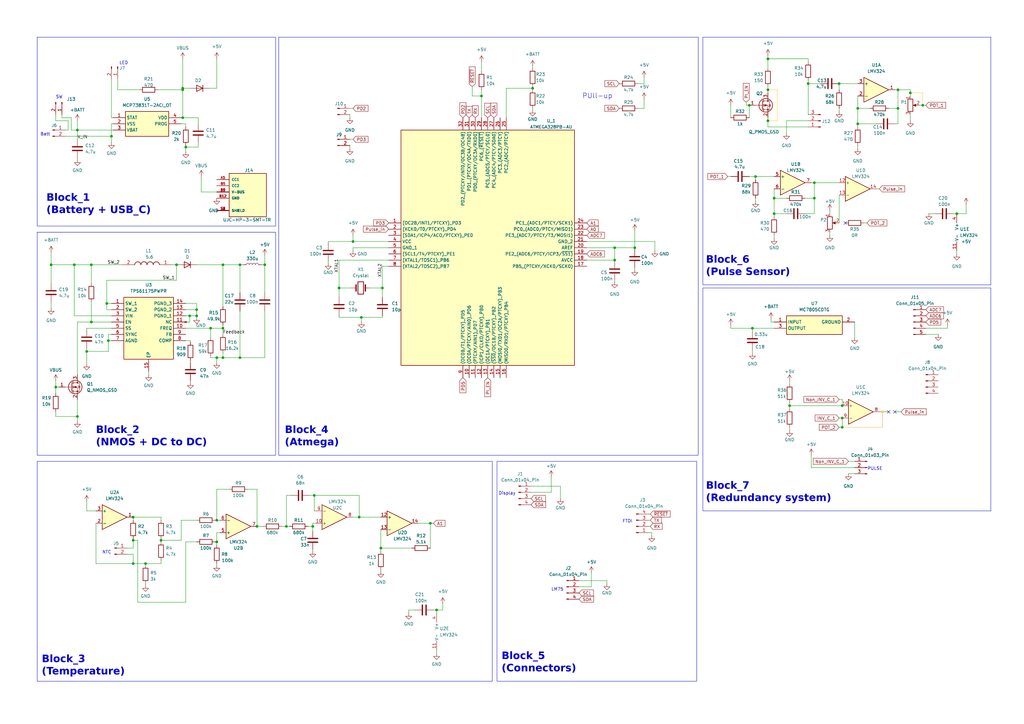
<source format=kicad_sch>
(kicad_sch (version 20231120) (generator "eeschema") (generator_version "8.0")
  (paper "A3")
  (title_block (title "SPROJ2EEG3 - Phobiameter") (date "2024-05-28") (rev "1.5") (company "SDU Sonderborg") (comment 1 "BEng in Electronics") (comment 2 "2nd Semester") (comment 3 "Theodor Erbs Dam Hansen | Bence Tóth") (comment 4 "Adam Mateusz Pecikiewicz | Fedor Malonos"))
  (lib_symbols
    (symbol "Amplifier_Operational:LMV324" (pin_names (offset 0.127))
      (property "Reference" "U" (at 0 5.08 0))
      (property "Value" "LMV324" (at 0 -5.08 0))
      (symbol "LMV324_1_1"
        (pin output line (at 7.62 0 180) (length 2.54) (name "~") (number "1"))
        (pin input line (at -7.62 -2.54 0) (length 2.54) (name "-") (number "2"))
        (pin input line (at -7.62 2.54 0) (length 2.54) (name "+") (number "3"))
      )
      (symbol "LMV324_2_1"
        (pin input line (at -7.62 2.54 0) (length 2.54) (name "+") (number "5"))
        (pin input line (at -7.62 -2.54 0) (length 2.54) (name "-") (number "6"))
        (pin output line (at 7.62 0 180) (length 2.54) (name "~") (number "7"))
      )
      (symbol "LMV324_3_1"
        (pin input line (at -7.62 2.54 0) (length 2.54) (name "+") (number "10"))
        (pin output line (at 7.62 0 180) (length 2.54) (name "~") (number "8"))
        (pin input line (at -7.62 -2.54 0) (length 2.54) (name "-") (number "9"))
      )
      (symbol "LMV324_4_1"
        (pin input line (at -7.62 2.54 0) (length 2.54) (name "+") (number "12"))
        (pin input line (at -7.62 -2.54 0) (length 2.54) (name "-") (number "13"))
        (pin output line (at 7.62 0 180) (length 2.54) (name "~") (number "14"))
      )
      (symbol "LMV324_5_1"
        (pin power_in line (at -2.54 -7.62 90) (length 3.81) (name "V-") (number "11"))
        (pin power_in line (at -2.54 7.62 270) (length 3.81) (name "V+") (number "4"))
      )
    )
    (symbol "Connector:Conn_01x02_Pin" (pin_names (offset 1.016) hide)
      (property "Reference" "J" (at 0 2.54 0))
      (property "Value" "Conn_01x02_Pin" (at 0 -5.08 0))
      (symbol "Conn_01x02_Pin_1_1"
        (pin passive line (at 5.08 0 180) (length 3.81) (name "Pin_1") (number "1"))
        (pin passive line (at 5.08 -2.54 180) (length 3.81) (name "Pin_2") (number "2"))
      )
    )
    (symbol "Connector:Conn_01x03_Pin" (pin_names (offset 1.016) hide)
      (property "Reference" "J" (at 0 5.08 0))
      (property "Value" "Conn_01x03_Pin" (at 0 -5.08 0))
      (symbol "Conn_01x03_Pin_1_1"
        (pin passive line (at 5.08 2.54 180) (length 3.81) (name "Pin_1") (number "1"))
        (pin passive line (at 5.08 0 180) (length 3.81) (name "Pin_2") (number "2"))
        (pin passive line (at 5.08 -2.54 180) (length 3.81) (name "Pin_3") (number "3"))
      )
    )
    (symbol "Connector:Conn_01x04_Pin" (pin_names (offset 1.016) hide)
      (property "Reference" "J" (at 0 5.08 0))
      (property "Value" "Conn_01x04_Pin" (at 0 -7.62 0))
      (symbol "Conn_01x04_Pin_1_1"
        (pin passive line (at 5.08 2.54 180) (length 3.81) (name "Pin_1") (number "1"))
        (pin passive line (at 5.08 0 180) (length 3.81) (name "Pin_2") (number "2"))
        (pin passive line (at 5.08 -2.54 180) (length 3.81) (name "Pin_3") (number "3"))
        (pin passive line (at 5.08 -5.08 180) (length 3.81) (name "Pin_4") (number "4"))
      )
    )
    (symbol "Connector:Conn_01x05_Pin" (pin_names (offset 1.016) hide)
      (property "Reference" "J" (at 0 7.62 0))
      (property "Value" "Conn_01x05_Pin" (at 0 -7.62 0))
      (symbol "Conn_01x05_Pin_1_1"
        (pin passive line (at 5.08 5.08 180) (length 3.81) (name "Pin_1") (number "1"))
        (pin passive line (at 5.08 2.54 180) (length 3.81) (name "Pin_2") (number "2"))
        (pin passive line (at 5.08 0 180) (length 3.81) (name "Pin_3") (number "3"))
        (pin passive line (at 5.08 -2.54 180) (length 3.81) (name "Pin_4") (number "4"))
        (pin passive line (at 5.08 -5.08 180) (length 3.81) (name "Pin_5") (number "5"))
      )
    )
    (symbol "Device:C" (pin_numbers hide) (pin_names (offset 0.254))
      (property "Reference" "C" (at 0.635 2.54 0))
      (property "Value" "C" (at 0.635 -2.54 0))
      (symbol "C_1_1"
        (pin passive line (at 0 3.81 270) (length 2.794) (name "~") (number "1"))
        (pin passive line (at 0 -3.81 90) (length 2.794) (name "~") (number "2"))
      )
    )
    (symbol "Device:Crystal" (pin_numbers hide) (pin_names (offset 1.016) hide)
      (property "Reference" "Y" (at 0 3.81 0))
      (property "Value" "Crystal" (at 0 -3.81 0))
      (symbol "Crystal_1_1"
        (pin passive line (at -3.81 0 0) (length 1.27) (name "1") (number "1"))
        (pin passive line (at 3.81 0 180) (length 1.27) (name "2") (number "2"))
      )
    )
    (symbol "Device:D" (pin_numbers hide) (pin_names (offset 1.016) hide)
      (property "Reference" "D" (at 0 2.54 0))
      (property "Value" "D" (at 0 -2.54 0))
      (symbol "D_1_1"
        (pin passive line (at -3.81 0 0) (length 2.54) (name "K") (number "1"))
        (pin passive line (at 3.81 0 180) (length 2.54) (name "A") (number "2"))
      )
    )
    (symbol "Device:L" (pin_numbers hide) (pin_names (offset 1.016) hide)
      (property "Reference" "L" (at -1.27 0 90))
      (property "Value" "L" (at 1.905 0 90))
      (symbol "L_1_1"
        (pin passive line (at 0 3.81 270) (length 1.27) (name "1") (number "1"))
        (pin passive line (at 0 -3.81 90) (length 1.27) (name "2") (number "2"))
      )
    )
    (symbol "Device:Q_NMOS_GSD" (pin_names (offset 0) hide)
      (property "Reference" "Q" (at 5.08 1.27 0))
      (property "Value" "Q_NMOS_GSD" (at 5.08 -1.27 0))
      (symbol "Q_NMOS_GSD_1_1"
        (pin input line (at -5.08 0 0) (length 2.54) (name "G") (number "1"))
        (pin passive line (at 2.54 -5.08 90) (length 2.54) (name "S") (number "2"))
        (pin passive line (at 2.54 5.08 270) (length 2.54) (name "D") (number "3"))
      )
    )
    (symbol "Device:Q_PMOS_GSD" (pin_names (offset 0) hide)
      (property "Reference" "Q" (at 5.08 1.27 0))
      (property "Value" "Q_PMOS_GSD" (at 5.08 -1.27 0))
      (symbol "Q_PMOS_GSD_1_1"
        (pin input line (at -5.08 0 0) (length 2.54) (name "G") (number "1"))
        (pin passive line (at 2.54 -5.08 90) (length 2.54) (name "S") (number "2"))
        (pin passive line (at 2.54 5.08 270) (length 2.54) (name "D") (number "3"))
      )
    )
    (symbol "Device:R" (pin_numbers hide) (pin_names (offset 0))
      (property "Reference" "R" (at 2.032 0 90))
      (property "Value" "R" (at 0 0 90))
      (symbol "R_1_1"
        (pin passive line (at 0 3.81 270) (length 1.27) (name "~") (number "1"))
        (pin passive line (at 0 -3.81 90) (length 1.27) (name "~") (number "2"))
      )
    )
    (symbol "Device:R_Potentiometer" (pin_names (offset 1.016) hide)
      (property "Reference" "RV" (at -4.445 0 90))
      (property "Value" "R_Potentiometer" (at -2.54 0 90))
      (symbol "R_Potentiometer_1_1"
        (pin passive line (at 0 3.81 270) (length 1.27) (name "1") (number "1"))
        (pin passive line (at 3.81 0 180) (length 1.27) (name "2") (number "2"))
        (pin passive line (at 0 -3.81 90) (length 1.27) (name "3") (number "3"))
      )
    )
    (symbol "SamacSys_Parts:ATMEGA328PB-AU"
      (property "Reference" "IC" (at 77.47 43.18 0))
      (property "Value" "ATMEGA328PB-AU" (at 77.47 40.64 0))
      (symbol "ATMEGA328PB-AU_1_1"
        (pin passive line (at 0 0 0) (length 5.08) (name "(OC2B/INT1/PTCXY)_PD3") (number "1"))
        (pin passive line (at 33.02 -63.5 90) (length 5.08) (name "(OC0A/PTCXY/AIN0)_PD6") (number "10"))
        (pin passive line (at 35.56 -63.5 90) (length 5.08) (name "(PTCXY/AIN1)_PD7") (number "11"))
        (pin passive line (at 38.1 -63.5 90) (length 5.08) (name "(ICP1/CLKO/PTCXY)_PB0") (number "12"))
        (pin passive line (at 40.64 -63.5 90) (length 5.08) (name "(OC1A/PTCXY)_PB1") (number "13"))
        (pin passive line (at 43.18 -63.5 90) (length 5.08) (name "(~{SS0}/OC1B/PTCXY)_PB2") (number "14"))
        (pin passive line (at 45.72 -63.5 90) (length 5.08) (name "(MOSI0/TXD1/OC2A/PTCXY)_PB3") (number "15"))
        (pin passive line (at 48.26 -63.5 90) (length 5.08) (name "(MISO0/RXD1/PTCXY)_PB4") (number "16"))
        (pin passive line (at 81.28 -17.78 180) (length 5.08) (name "PB5_(PTCXY/XCK0/SCK0)") (number "17"))
        (pin passive line (at 81.28 -15.24 180) (length 5.08) (name "AVCC") (number "18"))
        (pin passive line (at 81.28 -12.7 180) (length 5.08) (name "PE2_(ADC6/PTCY/ICP3/~{SS1)}") (number "19"))
        (pin passive line (at 0 -2.54 0) (length 5.08) (name "(XCK0/T0/PTCXY)_PD4") (number "2"))
        (pin passive line (at 81.28 -10.16 180) (length 5.08) (name "AREF") (number "20"))
        (pin passive line (at 81.28 -7.62 180) (length 5.08) (name "GND_2") (number "21"))
        (pin passive line (at 81.28 -5.08 180) (length 5.08) (name "PE3_(ADC7/PTCY/T3/MOSI1)") (number "22"))
        (pin passive line (at 81.28 -2.54 180) (length 5.08) (name "PC0_(ADC0/PTCY/MISO1)") (number "23"))
        (pin passive line (at 81.28 0 180) (length 5.08) (name "PC1_(ADC1/PTCY/SCK1)") (number "24"))
        (pin passive line (at 48.26 43.18 270) (length 5.08) (name "PC2_(ADC2/PTCY)") (number "25"))
        (pin passive line (at 45.72 43.18 270) (length 5.08) (name "PC3_(ADC3/PTCY)") (number "26"))
        (pin passive line (at 43.18 43.18 270) (length 5.08) (name "PC4_(ADC4/PTCY/SDA0)") (number "27"))
        (pin passive line (at 40.64 43.18 270) (length 5.08) (name "PC5_(ADC5/PTCY/SCL0)") (number "28"))
        (pin passive line (at 38.1 43.18 270) (length 5.08) (name "PC6_(~{RESET)}") (number "29"))
        (pin passive line (at 0 -5.08 0) (length 5.08) (name "(SDA1/ICP4/ACO/PTCXY)_PE0") (number "3"))
        (pin passive line (at 35.56 43.18 270) (length 5.08) (name "PD0_(PTCXY/OC3A/RXD0)") (number "30"))
        (pin passive line (at 33.02 43.18 270) (length 5.08) (name "PD1_(PTCXY/OC4A/TXD0)") (number "31"))
        (pin passive line (at 30.48 43.18 270) (length 5.08) (name "PD2_(PTCXY/INT0/OC3B/OC4B)") (number "32"))
        (pin passive line (at 0 -7.62 0) (length 5.08) (name "VCC") (number "4"))
        (pin passive line (at 0 -10.16 0) (length 5.08) (name "GND_1") (number "5"))
        (pin passive line (at 0 -12.7 0) (length 5.08) (name "(SCL1/T4/PTCXY)_PE1") (number "6"))
        (pin passive line (at 0 -15.24 0) (length 5.08) (name "(XTAL1/TOSC1)_PB6") (number "7"))
        (pin passive line (at 0 -17.78 0) (length 5.08) (name "(XTAL2/TOSC2)_PB7") (number "8"))
        (pin passive line (at 30.48 -63.5 90) (length 5.08) (name "(OC0B/T1/PTCXY)_PD5") (number "9"))
      )
    )
    (symbol "SamacSys_Parts:MC7805CDTG"
      (property "Reference" "IC" (at 29.21 7.62 0))
      (property "Value" "MC7805CDTG" (at 29.21 5.08 0))
      (symbol "MC7805CDTG_1_1"
        (pin passive line (at 0 0 0) (length 5.08) (name "INPUT") (number "1"))
        (pin passive line (at 33.02 0 180) (length 5.08) (name "GROUND") (number "2"))
        (pin passive line (at 0 -2.54 0) (length 5.08) (name "OUTPUT") (number "3"))
      )
    )
    (symbol "SamacSys_Parts:MCP73831T-2ACI_OT"
      (property "Reference" "IC" (at 24.13 7.62 0))
      (property "Value" "MCP73831T-2ACI_OT" (at 24.13 5.08 0))
      (symbol "MCP73831T-2ACI_OT_1_1"
        (pin passive line (at 0 0 0) (length 5.08) (name "STAT") (number "1"))
        (pin passive line (at 0 -2.54 0) (length 5.08) (name "VSS") (number "2"))
        (pin passive line (at 0 -5.08 0) (length 5.08) (name "VBAT") (number "3"))
        (pin passive line (at 27.94 0 180) (length 5.08) (name "VDD") (number "4"))
        (pin passive line (at 27.94 -2.54 180) (length 5.08) (name "PROG") (number "5"))
      )
    )
    (symbol "SamacSys_Parts:SDR0403-5R6ML" (pin_names hide)
      (property "Reference" "L" (at 16.51 6.35 0))
      (property "Value" "SDR0403-5R6ML" (at 16.51 3.81 0))
      (symbol "SDR0403-5R6ML_1_1"
        (pin passive line (at 0 0 0) (length 5.08) (name "1") (number "1"))
        (pin passive line (at 20.32 0 180) (length 5.08) (name "2") (number "2"))
      )
    )
    (symbol "SamacSys_Parts:TPS61175PWPR"
      (property "Reference" "IC" (at 26.67 7.62 0))
      (property "Value" "TPS61175PWPR" (at 26.67 5.08 0))
      (symbol "TPS61175PWPR_1_1"
        (pin passive line (at 0 0 0) (length 5.08) (name "SW_1") (number "1"))
        (pin passive line (at 30.48 -10.16 180) (length 5.08) (name "FREQ") (number "10"))
        (pin no_connect line (at 30.48 -7.62 180) (length 5.08) (name "NC") (number "11"))
        (pin passive line (at 30.48 -5.08 180) (length 5.08) (name "PGND_1") (number "12"))
        (pin passive line (at 30.48 -2.54 180) (length 5.08) (name "PGND_2") (number "13"))
        (pin passive line (at 30.48 0 180) (length 5.08) (name "PGND_3") (number "14"))
        (pin passive line (at 15.24 -27.94 90) (length 5.08) (name "EP") (number "15"))
        (pin passive line (at 0 -2.54 0) (length 5.08) (name "SW_2") (number "2"))
        (pin passive line (at 0 -5.08 0) (length 5.08) (name "VIN") (number "3"))
        (pin passive line (at 0 -7.62 0) (length 5.08) (name "EN") (number "4"))
        (pin passive line (at 0 -10.16 0) (length 5.08) (name "SS") (number "5"))
        (pin passive line (at 0 -12.7 0) (length 5.08) (name "SYNC") (number "6"))
        (pin passive line (at 0 -15.24 0) (length 5.08) (name "AGND") (number "7"))
        (pin passive line (at 30.48 -15.24 180) (length 5.08) (name "COMP") (number "8"))
        (pin passive line (at 30.48 -12.7 180) (length 5.08) (name "FB") (number "9"))
      )
    )
    (symbol "UJC-HP-3-SMT-TR:UJC-HP-3-SMT-TR" (pin_names (offset 1.016))
      (property "Reference" "J" (at -7.62 8.89 0))
      (property "Value" "UJC-HP-3-SMT-TR" (at -7.62 -11.43 0))
      (symbol "UJC-HP-3-SMT-TR_0_0"
        (pin power_in line (at -12.7 -2.54 0) (length 5.08) (name "GND") (number "A12"))
        (pin bidirectional line (at -12.7 5.08 0) (length 5.08) (name "CC1") (number "A5"))
        (pin power_in line (at -12.7 0 0) (length 5.08) (name "V-BUS") (number "A9"))
        (pin power_in line (at -12.7 -2.54 0) (length 5.08) (name "GND") (number "B12"))
        (pin bidirectional line (at -12.7 2.54 0) (length 5.08) (name "CC2") (number "B5"))
        (pin power_in line (at -12.7 0 0) (length 5.08) (name "V-BUS") (number "B9"))
        (pin passive line (at -12.7 -7.62 0) (length 5.08) (name "SHIELD") (number "S1"))
        (pin passive line (at -12.7 -7.62 0) (length 5.08) (name "SHIELD") (number "S2"))
        (pin passive line (at -12.7 -7.62 0) (length 5.08) (name "SHIELD") (number "S3"))
        (pin passive line (at -12.7 -7.62 0) (length 5.08) (name "SHIELD") (number "S4"))
      )
    )
    (symbol "power:+5V" (power) (pin_names (offset 0))
      (property "Value" "+5V" (at 0 3.556 0))
      (symbol "+5V_1_1"
        (pin power_in line (at 0 0 90) (length 0) hide (name "+5V") (number "1"))
      )
    )
    (symbol "power:+BATT" (power) (pin_names (offset 0))
      (property "Value" "+BATT" (at 0 3.556 0))
      (symbol "+BATT_1_1"
        (pin power_in line (at 0 0 90) (length 0) hide (name "+BATT") (number "1"))
      )
    )
    (symbol "power:GND" (power) (pin_names (offset 0))
      (property "Value" "GND" (at 0 -3.81 0))
      (symbol "GND_1_1"
        (pin power_in line (at 0 0 270) (length 0) hide (name "GND") (number "1"))
      )
    )
    (symbol "power:VBUS" (power) (pin_names (offset 0))
      (property "Value" "VBUS" (at 0 3.81 0))
      (symbol "VBUS_1_1"
        (pin power_in line (at 0 0 90) (length 0) hide (name "VBUS") (number "1"))
      )
    )
  )
  (junction (at 30.48 108.585))
  (junction (at 144.78 99.06))
  (junction (at 323.85 166.37))
  (junction (at 218.44 36.195))
  (junction (at 317.5 81.28))
  (junction (at 314.96 49.53))
  (junction (at 108.585 108.585))
  (junction (at 147.32 212.09))
  (junction (at 54.61 231.14))
  (junction (at 368.3 44.45))
  (junction (at 314.96 36.83))
  (junction (at 378.46 43.18))
  (junction (at 176.53 214.63))
  (junction (at 148.2235 130.175))
  (junction (at 88.9 222.25))
  (junction (at 35.56 144.145))
  (junction (at 59.69 231.14))
  (junction (at 252.095 106.68))
  (junction (at 345.44 166.37))
  (junction (at 91.44 108.585))
  (junction (at 91.44 146.685))
  (junction (at 74.93 36.195))
  (junction (at 334.01 74.93))
  (junction (at 314.96 24.13))
  (junction (at 31.75 170.815))
  (junction (at 20.955 108.585))
  (junction (at 368.3 36.83))
  (junction (at 392.43 87.63))
  (junction (at 317.5 87.63))
  (junction (at 44.45 139.7))
  (junction (at 139.065 118.11))
  (junction (at 156.845 118.11))
  (junction (at 74.93 36.83))
  (junction (at 43.815 124.46))
  (junction (at 117.475 215.9))
  (junction (at 334.01 81.28))
  (junction (at 197.485 39.37))
  (junction (at 105.41 215.9))
  (junction (at 308.61 134.62))
  (junction (at 179.07 250.19))
  (junction (at 309.88 72.39))
  (junction (at 307.34 43.18))
  (junction (at 88.9 213.36))
  (junction (at 37.465 108.585))
  (junction (at 373.38 38.1))
  (junction (at 31.75 53.34))
  (junction (at 72.39 108.585))
  (junction (at 80.645 129.54))
  (junction (at 98.425 108.585))
  (junction (at 91.44 134.62))
  (junction (at 54.61 212.09))
  (junction (at 80.645 127))
  (junction (at 88.9 146.685))
  (junction (at 77.7798 129.54))
  (junction (at 74.93 48.26))
  (junction (at 252.095 101.6))
  (junction (at 156.21 224.79))
  (junction (at 37.465 132.08))
  (junction (at 260.35 101.6))
  (junction (at 76.2 60.325))
  (junction (at 66.04 221.615))
  (junction (at 22.86 158.75))
  (junction (at 345.44 175.26))
  (junction (at 344.17 34.29))
  (junction (at 45.72 55.88))
  (junction (at 351.79 50.8))
  (junction (at 128.27 215.9))
  (junction (at 331.47 34.29))
  (junction (at 361.95 168.91) (color 255 179 80 1))
  (junction (at 86.36 134.62))
  (junction (at 351.79 44.45))
  (junction (at 98.425 146.685))
  (junction (at 54.61 221.615))
  (junction (at 345.44 171.45))
  (junction (at 128.905 203.2))
  (no_connect (at 367.03 168.91))
  (no_connect (at 346.71 91.44))
  (no_connect (at 364.49 168.91))
  (wire (pts (xy 260.35 101.6) (xy 260.35 102.235)))
  (wire (pts (xy 344.17 34.29) (xy 344.17 36.83)))
  (wire (pts (xy 77.7798 129.54) (xy 80.645 129.54)))
  (wire (pts (xy 26.67 55.88) (xy 45.72 55.88)))
  (wire (pts (xy 176.53 214.63) (xy 176.53 224.79)))
  (wire (pts (xy 134.62 99.06) (xy 144.78 99.06)))
  (wire (pts (xy 344.17 44.45) (xy 344.17 45.72)))
  (wire (pts (xy 306.07 41.91) (xy 306.07 43.18)))
  (wire (pts (xy 377.19 43.18) (xy 378.46 43.18)))
  (wire (pts (xy 20.955 103.505) (xy 20.955 108.585)))
  (wire (pts (xy 144.78 101.6) (xy 159.385 101.6)))
  (wire (pts (xy 88.9 213.36) (xy 90.17 213.36)))
  (wire (pts (xy 117.475 215.9) (xy 118.745 215.9)))
  (wire (pts (xy 218.44 35.56) (xy 218.44 36.195)))
  (wire (pts (xy 64.77 36.83) (xy 74.93 36.83)))
  (wire (pts (xy 25.4 48.26) (xy 25.4 46.99)))
  (wire (pts (xy 56.515 221.615) (xy 56.515 247.015)))
  (wire (pts (xy 35.56 134.62) (xy 35.56 135.255)))
  (wire (pts (xy 45.72 129.54) (xy 30.48 129.54)))
  (wire (pts (xy 323.85 165.1) (xy 323.85 166.37)))
  (wire (pts (xy 240.665 101.6) (xy 252.095 101.6)))
  (wire (pts (xy 29.21 53.34) (xy 31.75 53.34)))
  (wire (pts (xy 317.5 96.52) (xy 317.5 97.79)))
  (wire (pts (xy 181.61 247.65) (xy 181.61 250.19)))
  (wire (pts (xy 360.68 77.47) (xy 359.41 77.47)))
  (wire (pts (xy 368.3 44.45) (xy 368.3 50.8)))
  (wire (pts (xy 81.28 58.42) (xy 81.28 60.325)))
  (wire (pts (xy 323.85 166.37) (xy 323.85 167.64)))
  (wire (pts (xy 91.44 133.35) (xy 91.44 134.62)))
  (wire (pts (xy 82.55 78.74) (xy 88.9 78.74)))
  (wire (pts (xy 76.2 132.08) (xy 77.7798 132.08)))
  (wire (pts (xy 159.385 106.68) (xy 139.065 106.68)))
  (wire (pts (xy 86.36 138.43) (xy 86.36 134.62)))
  (wire (pts (xy 27.94 53.34) (xy 27.94 49.53)))
  (wire (pts (xy 74.93 48.26) (xy 74.295 48.26)))
  (wire (pts (xy 81.28 48.26) (xy 81.28 50.8)))
  (wire (pts (xy 171.45 214.63) (xy 176.53 214.63)))
  (wire (pts (xy 54.61 212.09) (xy 66.04 212.09)))
  (wire (pts (xy 54.61 213.36) (xy 54.61 212.09)))
  (wire (pts (xy 368.3 36.83) (xy 373.38 36.83)))
  (wire (pts (xy 107.315 108.585) (xy 108.585 108.585)))
  (wire (pts (xy 45.72 137.16) (xy 44.45 137.16)))
  (wire (pts (xy 361.95 175.26) (xy 361.95 168.91)) (stroke (width 0) (color 255 139 42 1)))
  (wire (pts (xy 22.86 170.815) (xy 31.75 170.815)))
  (wire (pts (xy 76.2 59.69) (xy 76.2 60.325)))
  (wire (pts (xy 31.75 170.815) (xy 31.75 172.72)))
  (wire (pts (xy 22.86 168.91) (xy 22.86 170.815)))
  (wire (pts (xy 66.04 212.09) (xy 66.04 213.36)))
  (wire (pts (xy 35.56 205.74) (xy 35.56 209.55)))
  (wire (pts (xy 260.35 94.615) (xy 260.35 101.6)))
  (wire (pts (xy 108.585 146.685) (xy 108.585 127.635)))
  (wire (pts (xy 378.46 43.18) (xy 379.73 43.18)))
  (wire (pts (xy 52.07 227.33) (xy 54.61 227.33)))
  (wire (pts (xy 74.93 24.13) (xy 74.93 36.195)))
  (wire (pts (xy 117.475 203.2) (xy 119.38 203.2)))
  (wire (pts (xy 88.9 146.685) (xy 88.9 148.59)))
  (wire (pts (xy 45.72 50.8) (xy 45.72 55.88)))
  (wire (pts (xy 27.94 49.53) (xy 22.86 49.53)))
  (wire (pts (xy 74.295 221.615) (xy 74.295 213.36)))
  (wire (pts (xy 331.47 33.02) (xy 331.47 34.29)))
  (wire (pts (xy 93.98 200.66) (xy 88.9 200.66)))
  (wire (pts (xy 318.77 36.83) (xy 314.96 36.83)) (stroke (width 0) (color 255 195 38 1)))
  (wire (pts (xy 126.365 215.9) (xy 128.27 215.9)))
  (wire (pts (xy 128.27 214.63) (xy 128.27 215.9)))
  (wire (pts (xy 264.16 40.64) (xy 264.16 44.45)))
  (wire (pts (xy 20.955 123.825) (xy 20.955 126.365)))
  (wire (pts (xy 252.095 114.935) (xy 252.095 115.57)))
  (wire (pts (xy 347.98 194.31) (xy 350.52 194.31)))
  (wire (pts (xy 44.45 139.7) (xy 45.72 139.7)))
  (wire (pts (xy 207.645 48.26) (xy 207.645 36.195)))
  (wire (pts (xy 318.77 36.83) (xy 318.77 49.53)) (stroke (width 0) (color 255 195 38 1)))
  (wire (pts (xy 60.96 152.4) (xy 60.96 153.67)))
  (wire (pts (xy 76.2 60.325) (xy 81.28 60.325)))
  (wire (pts (xy 37.465 132.08) (xy 31.75 132.08)))
  (wire (pts (xy 88.9 200.66) (xy 88.9 213.36)))
  (wire (pts (xy 26.67 53.34) (xy 27.94 53.34)))
  (wire (pts (xy 88.9 36.195) (xy 85.725 36.195)))
  (wire (pts (xy 54.61 231.14) (xy 39.37 231.14)))
  (wire (pts (xy 345.44 175.26) (xy 361.95 175.26)) (stroke (width 0) (color 255 176 69 1)))
  (wire (pts (xy 31.75 49.53) (xy 31.75 53.34)))
  (wire (pts (xy 252.095 101.6) (xy 260.35 101.6)))
  (wire (pts (xy 299.72 133.35) (xy 299.72 134.62)))
  (wire (pts (xy 70.485 108.585) (xy 72.39 108.585)))
  (wire (pts (xy 45.72 48.26) (xy 46.355 48.26)))
  (wire (pts (xy 72.39 108.585) (xy 73.025 108.585)))
  (wire (pts (xy 351.79 50.8) (xy 351.79 52.07)))
  (wire (pts (xy 373.38 46.99) (xy 373.38 49.53)))
  (wire (pts (xy 351.79 39.37) (xy 351.79 44.45)))
  (wire (pts (xy 248.92 238.125) (xy 237.49 238.125)))
  (wire (pts (xy 31.75 53.34) (xy 46.355 53.34)))
  (wire (pts (xy 128.905 203.2) (xy 147.32 203.2)))
  (wire (pts (xy 76.2 60.325) (xy 76.2 62.23)))
  (wire (pts (xy 57.15 36.83) (xy 48.26 36.83)))
  (wire (pts (xy 88.9 222.25) (xy 88.9 223.52)))
  (wire (pts (xy 322.58 49.53) (xy 331.47 49.53)))
  (wire (pts (xy 177.8 250.19) (xy 179.07 250.19)))
  (wire (pts (xy 354.33 91.44) (xy 355.6 91.44)))
  (wire (pts (xy 266.065 215.9) (xy 266.7 215.9)))
  (wire (pts (xy 54.61 221.615) (xy 54.61 224.79)))
  (wire (pts (xy 361.95 168.91) (xy 364.49 168.91)))
  (wire (pts (xy 351.79 44.45) (xy 356.87 44.45)))
  (wire (pts (xy 307.34 43.18) (xy 307.34 48.26)))
  (wire (pts (xy 314.96 49.53) (xy 314.96 52.07)))
  (wire (pts (xy 91.44 108.585) (xy 91.44 125.73)))
  (wire (pts (xy 139.065 130.175) (xy 139.065 129.54)))
  (wire (pts (xy 88.265 222.25) (xy 88.9 222.25)))
  (wire (pts (xy 20.955 108.585) (xy 20.955 116.205)))
  (wire (pts (xy 98.425 108.585) (xy 99.695 108.585)))
  (wire (pts (xy 156.21 224.79) (xy 156.21 226.06)))
  (wire (pts (xy 80.645 127) (xy 80.645 129.54)))
  (wire (pts (xy 45.72 55.88) (xy 45.72 58.42)))
  (wire (pts (xy 66.04 220.98) (xy 66.04 221.615)))
  (wire (pts (xy 396.24 83.82) (xy 396.24 87.63)))
  (wire (pts (xy 309.88 72.39) (xy 309.88 73.66)))
  (wire (pts (xy 260.35 109.855) (xy 260.35 110.49)))
  (wire (pts (xy 179.07 251.46) (xy 179.07 250.19)))
  (wire (pts (xy 74.93 48.26) (xy 81.28 48.26)))
  (wire (pts (xy 167.64 250.19) (xy 170.18 250.19)))
  (wire (pts (xy 148.2235 131.9647) (xy 148.2235 130.175)))
  (wire (pts (xy 345.44 163.83) (xy 345.44 166.37)))
  (wire (pts (xy 54.61 231.14) (xy 59.69 231.14)))
  (wire (pts (xy 179.07 267.97) (xy 179.07 266.7)))
  (wire (pts (xy 148.2235 130.175) (xy 156.845 130.175)))
  (wire (pts (xy 322.58 49.53) (xy 322.58 54.61)))
  (wire (pts (xy 242.57 234.95) (xy 242.57 240.665)))
  (wire (pts (xy 77.7798 132.08) (xy 77.7798 129.54)))
  (wire (pts (xy 331.47 24.13) (xy 331.47 25.4)))
  (wire (pts (xy 317.5 77.47) (xy 317.5 81.28)))
  (wire (pts (xy 88.9 218.44) (xy 88.9 222.25)))
  (wire (pts (xy 144.78 44.45) (xy 143.51 44.45)))
  (wire (pts (xy 340.36 86.36) (xy 340.36 87.63)))
  (wire (pts (xy 37.465 108.585) (xy 50.165 108.585)))
  (wire (pts (xy 76.2 222.25) (xy 80.645 222.25)))
  (wire (pts (xy 128.27 215.9) (xy 128.27 217.805)))
  (wire (pts (xy 373.38 38.1) (xy 373.38 39.37)))
  (wire (pts (xy 143.51 60.96) (xy 143.51 59.69)))
  (wire (pts (xy 197.485 39.37) (xy 193.675 39.37)))
  (wire (pts (xy 323.85 176.53) (xy 323.85 175.26)))
  (wire (pts (xy 45.72 127) (xy 43.815 127)))
  (wire (pts (xy 391.16 87.63) (xy 392.43 87.63)))
  (wire (pts (xy 351.79 50.8) (xy 359.41 50.8)))
  (wire (pts (xy 332.74 191.77) (xy 332.74 186.69)))
  (wire (pts (xy 334.01 74.93) (xy 332.74 74.93)))
  (wire (pts (xy 78.105 147.955) (xy 78.105 148.59)))
  (wire (pts (xy 54.61 220.98) (xy 54.61 221.615)))
  (wire (pts (xy 218.44 27.305) (xy 218.44 27.94)))
  (wire (pts (xy 340.36 95.25) (xy 340.36 96.52)))
  (wire (pts (xy 66.04 229.87) (xy 66.04 231.14)))
  (wire (pts (xy 98.425 108.585) (xy 98.425 120.015)))
  (wire (pts (xy 45.72 134.62) (xy 35.56 134.62)))
  (wire (pts (xy 229.87 199.39) (xy 217.805 199.39)))
  (wire (pts (xy 72.39 108.585) (xy 72.39 114.935)))
  (wire (pts (xy 56.515 247.015) (xy 76.2 247.015)))
  (wire (pts (xy 351.79 44.45) (xy 351.79 50.8)))
  (wire (pts (xy 44.45 137.16) (xy 44.45 139.7)))
  (wire (pts (xy 156.845 118.11) (xy 156.845 121.92)))
  (wire (pts (xy 43.815 114.935) (xy 43.815 124.46)))
  (wire (pts (xy 197.485 36.83) (xy 197.485 39.37)))
  (wire (pts (xy 88.9 231.14) (xy 88.9 231.775)))
  (wire (pts (xy 151.765 118.11) (xy 156.845 118.11)))
  (wire (pts (xy 388.62 133.35) (xy 388.62 134.62)))
  (wire (pts (xy 80.645 108.585) (xy 91.44 108.585)))
  (wire (pts (xy 314.96 22.86) (xy 314.96 24.13)))
  (wire (pts (xy 314.96 24.13) (xy 314.96 27.94)))
  (wire (pts (xy 24.13 158.75) (xy 22.86 158.75)))
  (wire (pts (xy 306.07 43.18) (xy 307.34 43.18)))
  (wire (pts (xy 134.62 107.315) (xy 134.62 107.95)))
  (wire (pts (xy 314.96 48.26) (xy 314.96 49.53)))
  (wire (pts (xy 43.815 114.935) (xy 72.39 114.935)))
  (wire (pts (xy 139.065 106.68) (xy 139.065 118.11)))
  (wire (pts (xy 143.51 48.26) (xy 143.51 46.99)))
  (wire (pts (xy 30.48 108.585) (xy 37.465 108.585)))
  (wire (pts (xy 378.46 38.1) (xy 378.46 43.18)) (stroke (width 0) (color 255 195 38 1)))
  (wire (pts (xy 167.64 251.46) (xy 167.64 250.19)))
  (wire (pts (xy 334.01 74.93) (xy 334.01 81.28)))
  (wire (pts (xy 127 203.2) (xy 128.905 203.2)))
  (wire (pts (xy 108.585 104.775) (xy 108.585 108.585)))
  (wire (pts (xy 43.815 127) (xy 43.815 124.46)))
  (wire (pts (xy 74.295 50.8) (xy 76.2 50.8)))
  (wire (pts (xy 147.32 203.2) (xy 147.32 212.09)))
  (wire (pts (xy 105.41 215.9) (xy 107.95 215.9)))
  (wire (pts (xy 242.57 240.665) (xy 237.49 240.665)))
  (wire (pts (xy 350.52 138.43) (xy 350.52 132.08)))
  (wire (pts (xy 128.27 225.425) (xy 128.27 226.06)))
  (wire (pts (xy 298.45 72.39) (xy 299.72 72.39)))
  (wire (pts (xy 45.72 32.385) (xy 45.72 48.26)))
  (wire (pts (xy 197.485 39.37) (xy 197.485 48.26)))
  (wire (pts (xy 299.72 134.62) (xy 308.61 134.62)))
  (wire (pts (xy 74.295 213.36) (xy 80.645 213.36)))
  (wire (pts (xy 43.815 124.46) (xy 45.72 124.46)))
  (wire (pts (xy 88.9 24.13) (xy 88.9 36.195)))
  (wire (pts (xy 86.36 146.05) (xy 86.36 146.685)))
  (wire (pts (xy 101.6 200.66) (xy 105.41 200.66)))
  (wire (pts (xy 74.93 36.195) (xy 78.105 36.195)))
  (wire (pts (xy 66.04 221.615) (xy 74.295 221.615)))
  (wire (pts (xy 317.5 81.28) (xy 322.58 81.28)))
  (wire (pts (xy 144.78 99.06) (xy 144.78 96.52)))
  (wire (pts (xy 229.87 204.47) (xy 229.87 199.39)))
  (wire (pts (xy 218.44 36.195) (xy 218.44 36.83)))
  (wire (pts (xy 78.105 156.21) (xy 78.105 156.845)))
  (wire (pts (xy 35.56 144.145) (xy 35.56 149.225)))
  (wire (pts (xy 144.78 99.06) (xy 159.385 99.06)))
  (wire (pts (xy 128.27 214.63) (xy 129.54 214.63)))
  (wire (pts (xy 147.32 212.09) (xy 156.21 212.09)))
  (wire (pts (xy 367.03 50.8) (xy 368.3 50.8)))
  (wire (pts (xy 54.61 221.615) (xy 56.515 221.615)))
  (wire (pts (xy 30.48 108.585) (xy 30.48 129.54)))
  (wire (pts (xy 309.88 81.28) (xy 309.88 82.55)))
  (wire (pts (xy 128.905 203.2) (xy 128.905 209.55)))
  (wire (pts (xy 317.5 87.63) (xy 322.58 87.63)))
  (wire (pts (xy 156.21 224.79) (xy 168.91 224.79)))
  (wire (pts (xy 364.49 44.45) (xy 368.3 44.45)))
  (wire (pts (xy 86.36 146.685) (xy 88.9 146.685)))
  (wire (pts (xy 91.44 108.585) (xy 98.425 108.585)))
  (wire (pts (xy 314.96 52.07) (xy 331.47 52.07)))
  (wire (pts (xy 31.75 163.83) (xy 31.75 170.815)))
  (wire (pts (xy 308.61 134.62) (xy 317.5 134.62)))
  (wire (pts (xy 139.065 130.175) (xy 148.2235 130.175)))
  (wire (pts (xy 266.065 213.36) (xy 266.7 213.36)))
  (wire (pts (xy 347.98 189.23) (xy 350.52 189.23)))
  (wire (pts (xy 88.9 218.44) (xy 90.17 218.44)))
  (wire (pts (xy 54.61 224.79) (xy 52.07 224.79)))
  (wire (pts (xy 252.095 101.6) (xy 252.095 106.68)))
  (wire (pts (xy 309.88 72.39) (xy 317.5 72.39)))
  (wire (pts (xy 197.485 25.4) (xy 197.485 29.21)))
  (wire (pts (xy 396.24 87.63) (xy 392.43 87.63)))
  (wire (pts (xy 31.75 53.34) (xy 31.75 57.15)))
  (wire (pts (xy 91.44 134.62) (xy 91.44 137.16)))
  (wire (pts (xy 86.36 134.62) (xy 91.44 134.62)))
  (wire (pts (xy 48.26 32.385) (xy 48.26 36.83)))
  (wire (pts (xy 66.04 221.615) (xy 66.04 222.25)))
  (wire (pts (xy 80.645 127) (xy 80.645 124.46)))
  (wire (pts (xy 267.335 218.44) (xy 267.335 219.71)))
  (wire (pts (xy 334.01 87.63) (xy 334.01 81.28)))
  (wire (pts (xy 59.69 239.395) (xy 59.69 240.03)))
  (wire (pts (xy 20.955 108.585) (xy 30.48 108.585)))
  (wire (pts (xy 316.23 130.81) (xy 316.23 132.08)))
  (wire (pts (xy 266.065 218.44) (xy 267.335 218.44)))
  (wire (pts (xy 332.74 191.77) (xy 350.52 191.77)))
  (wire (pts (xy 88.265 213.36) (xy 88.9 213.36)))
  (wire (pts (xy 156.21 217.17) (xy 156.21 224.79)))
  (wire (pts (xy 39.37 231.14) (xy 39.37 214.63)))
  (wire (pts (xy 59.69 231.14) (xy 66.04 231.14)))
  (wire (pts (xy 226.06 195.58) (xy 226.06 201.93)))
  (wire (pts (xy 76.2 127) (xy 80.645 127)))
  (wire (pts (xy 37.465 132.08) (xy 45.72 132.08)))
  (wire (pts (xy 323.85 166.37) (xy 345.44 166.37)))
  (wire (pts (xy 88.9 146.685) (xy 91.44 146.685)))
  (wire (pts (xy 264.16 44.45) (xy 261.62 44.45)))
  (wire (pts (xy 76.2 129.54) (xy 77.7798 129.54)))
  (wire (pts (xy 344.17 163.83) (xy 345.44 163.83)))
  (wire (pts (xy 323.85 156.21) (xy 323.85 157.48)))
  (wire (pts (xy 44.45 139.7) (xy 44.45 144.145)))
  (wire (pts (xy 307.34 72.39) (xy 309.88 72.39)))
  (wire (pts (xy 248.92 238.125) (xy 248.92 239.395)))
  (wire (pts (xy 37.465 123.825) (xy 37.465 132.08)))
  (wire (pts (xy 218.44 44.45) (xy 218.44 45.085)))
  (wire (pts (xy 144.78 102.87) (xy 144.78 101.6)))
  (wire (pts (xy 334.01 74.93) (xy 344.17 74.93)))
  (wire (pts (xy 98.425 146.685) (xy 108.585 146.685)))
  (wire (pts (xy 82.55 72.39) (xy 82.55 78.74)))
  (wire (pts (xy 360.68 168.91) (xy 361.95 168.91)))
  (wire (pts (xy 59.69 231.14) (xy 59.69 231.775)))
  (wire (pts (xy 373.38 36.83) (xy 373.38 38.1)))
  (wire (pts (xy 392.43 102.87) (xy 392.43 104.14)))
  (wire (pts (xy 308.61 135.89) (xy 308.61 134.62)))
  (wire (pts (xy 31.75 64.77) (xy 31.75 65.405)))
  (wire (pts (xy 308.61 144.78) (xy 308.61 143.51)))
  (wire (pts (xy 117.475 215.9) (xy 117.475 203.2)))
  (wire (pts (xy 22.86 46.99) (xy 22.86 49.53)))
  (wire (pts (xy 78.105 139.7) (xy 78.105 140.335)))
  (wire (pts (xy 22.86 156.21) (xy 22.86 158.75)))
  (wire (pts (xy 226.06 201.93) (xy 217.805 201.93)))
  (wire (pts (xy 317.5 81.28) (xy 317.5 87.63)))
  (wire (pts (xy 144.78 212.09) (xy 147.32 212.09)))
  (wire (pts (xy 35.56 209.55) (xy 39.37 209.55)))
  (wire (pts (xy 314.96 35.56) (xy 314.96 36.83)))
  (wire (pts (xy 181.61 250.19) (xy 179.07 250.19)))
  (wire (pts (xy 351.79 34.29) (xy 344.17 34.29)))
  (wire (pts (xy 266.065 210.82) (xy 266.7 210.82)))
  (wire (pts (xy 388.62 134.62) (xy 379.73 134.62)))
  (wire (pts (xy 268.605 99.06) (xy 240.665 99.06)))
  (wire (pts (xy 268.605 102.87) (xy 268.605 99.06)))
  (wire (pts (xy 317.5 88.9) (xy 317.5 87.63)))
  (wire (pts (xy 76.2 50.8) (xy 76.2 52.07)))
  (wire (pts (xy 316.23 132.08) (xy 317.5 132.08)))
  (wire (pts (xy 76.2 137.1755) (xy 76.2 137.16)))
  (wire (pts (xy 331.47 34.29) (xy 336.55 34.29)))
  (wire (pts (xy 80.645 129.54) (xy 80.645 130.175)))
  (wire (pts (xy 115.57 215.9) (xy 117.475 215.9)))
  (wire (pts (xy 373.38 38.1) (xy 378.46 38.1)) (stroke (width 0) (color 255 195 38 1)))
  (wire (pts (xy 25.4 48.26) (xy 29.21 48.26)))
  (wire (pts (xy 98.425 127.635) (xy 98.425 146.685)))
  (wire (pts (xy 381 87.63) (xy 383.54 87.63)))
  (wire (pts (xy 134.62 99.695) (xy 134.62 99.06)))
  (wire (pts (xy 344.17 80.01) (xy 344.17 91.44)))
  (wire (pts (xy 384.81 137.16) (xy 379.73 137.16)))
  (wire (pts (xy 37.465 108.585) (xy 37.465 116.205)))
  (wire (pts (xy 314.96 24.13) (xy 331.47 24.13)))
  (wire (pts (xy 264.16 31.75) (xy 264.16 34.29)))
  (wire (pts (xy 31.75 132.08) (xy 31.75 153.67)))
  (wire (pts (xy 35.56 144.145) (xy 35.56 142.875)))
  (wire (pts (xy 159.385 109.22) (xy 156.845 109.22)))
  (wire (pts (xy 207.645 36.195) (xy 218.44 36.195)))
  (wire (pts (xy 351.79 60.96) (xy 351.79 59.69)))
  (wire (pts (xy 369.57 168.91) (xy 367.03 168.91)))
  (wire (pts (xy 54.61 227.33) (xy 54.61 231.14)))
  (wire (pts (xy 345.44 171.45) (xy 345.44 175.26)))
  (wire (pts (xy 91.44 144.78) (xy 91.44 146.685)))
  (wire (pts (xy 139.065 121.92) (xy 139.065 118.11)))
  (wire (pts (xy 46.355 50.8) (xy 45.72 50.8)))
  (wire (pts (xy 29.21 48.26) (xy 29.21 53.34)))
  (wire (pts (xy 240.665 106.68) (xy 252.095 106.68)))
  (wire (pts (xy 330.2 81.28) (xy 334.01 81.28)))
  (wire (pts (xy 330.2 87.63) (xy 334.01 87.63)))
  (wire (pts (xy 128.905 209.55) (xy 129.54 209.55)))
  (wire (pts (xy 91.44 146.685) (xy 98.425 146.685)))
  (wire (pts (xy 368.3 36.83) (xy 367.03 36.83)))
  (wire (pts (xy 156.21 233.68) (xy 156.21 234.315)))
  (wire (pts (xy 344.17 171.45) (xy 345.44 171.45)))
  (wire (pts (xy 264.16 34.29) (xy 261.62 34.29)))
  (wire (pts (xy 331.47 34.29) (xy 331.47 46.99)))
  (wire (pts (xy 76.2 139.7) (xy 78.105 139.7)))
  (wire (pts (xy 252.095 106.68) (xy 252.095 107.315)))
  (wire (pts (xy 74.93 36.83) (xy 74.93 48.26)))
  (wire (pts (xy 176.53 214.63) (xy 177.8 214.63)))
  (wire (pts (xy 156.845 109.22) (xy 156.845 118.11)))
  (wire (pts (xy 108.585 108.585) (xy 108.585 120.015)))
  (wire (pts (xy 76.2 247.015) (xy 76.2 222.25)))
  (wire (pts (xy 44.45 144.145) (xy 35.56 144.145)))
  (wire (pts (xy 86.36 134.62) (xy 76.2 134.62)))
  (wire (pts (xy 368.3 36.83) (xy 368.3 44.45)))
  (wire (pts (xy 318.77 49.53) (xy 314.96 49.53)) (stroke (width 0) (color 255 195 38 1)))
  (wire (pts (xy 344.17 175.26) (xy 345.44 175.26)))
  (wire (pts (xy 139.065 118.11) (xy 144.145 118.11)))
  (wire (pts (xy 74.93 36.83) (xy 74.93 36.195)))
  (wire (pts (xy 80.645 124.46) (xy 76.2 124.46)))
  (wire (pts (xy 193.675 39.37) (xy 193.675 35.56)))
  (wire (pts (xy 299.72 43.18) (xy 299.72 48.26)))
  (wire (pts (xy 314.96 36.83) (xy 314.96 38.1)))
  (wire (pts (xy 156.845 130.175) (xy 156.845 129.54)))
  (wire (pts (xy 22.86 158.75) (xy 22.86 161.29)))
  (wire (pts (xy 144.78 57.15) (xy 143.51 57.15)))
  (wire (pts (xy 105.41 200.66) (xy 105.41 215.9)))
  (rectangle (start 114.3 15.24) (end 286.385 186.69))
  (rectangle (start 15.24 189.23) (end 201.93 279.4))
  (rectangle (start 288.29 118.11) (end 406.4 209.55))
  (rectangle (start 203.835 189.23) (end 285.75 279.4))
  (rectangle (start 15.24 15.24) (end 113.03 92.71))
  (rectangle (start 15.24 95.25) (end 113.03 186.69))
  (rectangle (start 288.29 15.24) (end 406.4 116.84))
  (text "Block_6\n(Pulse Sensor)" (at 289.56 114.3 0) (effects (font (size 3 3) (thickness 1) (bold yes)) (justify left bottom)))
  (text "PULSE\n" (at 361.95 193.04 0) (effects (font (size 1.27 1.27)) (justify right bottom)))
  (text "SW\n" (at 22.86 40.64 0) (effects (font (size 1.27 1.27)) (justify left bottom)))
  (text "LM75" (at 226.06 242.57 0) (effects (font (size 1.27 1.27)) (justify left bottom)))
  (text "Block_1 \n(Battery + USB_C)" (at 19.05 88.9 0) (effects (font (size 3 3) (thickness 1) (bold yes)) (justify left bottom)))
  (text "Block_2\n(NMOS + DC to DC)" (at 39.37 184.15 0) (effects (font (size 3 3) (thickness 1) (bold yes)) (justify left bottom)))
  (text "Batt\n" (at 16.51 55.88 0) (effects (font (size 1.27 1.27)) (justify left bottom)))
  (text "Display" (at 204.47 203.2 0) (effects (font (size 1.27 1.27)) (justify left bottom)))
  (text "FTDI" (at 255.27 214.63 0) (effects (font (size 1.27 1.27)) (justify left bottom)))
  (text "Block_3\n(Temperature)" (at 17.145 278.13 0) (effects (font (size 3 3) (thickness 1) (bold yes)) (justify left bottom)))
  (text "PUll-up " (at 238.76 40.64 0) (effects (font (size 2 2)) (justify left bottom)))
  (text "Block_7\n(Redundancy system)" (at 289.56 207.01 0) (effects (font (size 3 3) (thickness 1) (bold yes)) (justify left bottom)))
  (text "Block_4\n(Atmega)" (at 116.84 184.15 0) (effects (font (size 3 3) (thickness 1) (bold yes)) (justify left bottom)))
  (text "LED\n" (at 48.895 26.67 0) (effects (font (size 1.27 1.27)) (justify left bottom)))
  (text "NTC" (at 41.91 227.33 0) (effects (font (size 1.27 1.27)) (justify left bottom)))
  (text "Block_5\n(Connectors)" (at 205.74 276.86 0) (effects (font (size 3 3) (thickness 1) (bold yes)) (justify left bottom)))
  (label "XTAL2" (at 156.845 113.7029 90))
  (label "SW_1" (at 66.675 114.935 0))
  (label "SW_2" (at 44.0739 108.585 0))
  (label "V_IN" (at 31.75 57.15 0))
  (label "XTAL1" (at 139.065 111.8276 90))
  (label "Feedback" (at 91.44 137.16 0))
  (global_label "PD3" (shape input) (at 144.78 57.15 0) (property "Intersheetrefs" "${INTERSHEET_REFS}" (effects (hide yes))))
  (global_label "Non_INV_C_1" (shape input) (at 344.17 163.83 180) (property "Intersheetrefs" "${INTERSHEET_REFS}" (effects (hide yes))))
  (global_label "INV_C_1" (shape input) (at 344.17 171.45 180) (property "Intersheetrefs" "${INTERSHEET_REFS}" (effects (hide yes))))
  (global_label "RX" (shape input) (at 194.945 48.26 90) (property "Intersheetrefs" "${INTERSHEET_REFS}" (effects (hide yes))))
  (global_label "~{RESET}" (shape input) (at 193.675 35.56 90) (property "Intersheetrefs" "${INTERSHEET_REFS}" (effects (hide yes))))
  (global_label "A1" (shape input) (at 177.8 214.63 0) (property "Intersheetrefs" "${INTERSHEET_REFS}" (effects (hide yes))))
  (global_label "POT_2" (shape input) (at 344.17 175.26 180) (property "Intersheetrefs" "${INTERSHEET_REFS}" (effects (hide yes))))
  (global_label "ADC6" (shape input) (at 379.73 129.54 0) (property "Intersheetrefs" "${INTERSHEET_REFS}" (effects (hide yes))))
  (global_label "Pulse_in" (shape input) (at 360.68 77.47 0) (property "Intersheetrefs" "${INTERSHEET_REFS}" (effects (hide yes))))
  (global_label "POT_1" (shape input) (at 298.45 72.39 180) (property "Intersheetrefs" "${INTERSHEET_REFS}" (effects (hide yes))))
  (global_label "PD5" (shape input) (at 189.865 154.94 270) (property "Intersheetrefs" "${INTERSHEET_REFS}" (effects (hide yes))))
  (global_label "ADC7" (shape input) (at 379.73 127 0) (property "Intersheetrefs" "${INTERSHEET_REFS}" (effects (hide yes))))
  (global_label "Pulse_in" (shape input) (at 159.385 93.98 180) (property "Intersheetrefs" "${INTERSHEET_REFS}" (effects (hide yes))))
  (global_label "A1" (shape input) (at 240.665 91.44 0) (property "Intersheetrefs" "${INTERSHEET_REFS}" (effects (hide yes))))
  (global_label "SCL" (shape input) (at 254 34.29 180) (property "Intersheetrefs" "${INTERSHEET_REFS}" (effects (hide yes))))
  (global_label "PI_EN" (shape input) (at 306.07 41.91 90) (property "Intersheetrefs" "${INTERSHEET_REFS}" (effects (hide yes))))
  (global_label "SCL" (shape input) (at 237.49 243.205 0) (property "Intersheetrefs" "${INTERSHEET_REFS}" (effects (hide yes))))
  (global_label "PI_EN" (shape input) (at 200.025 154.94 270) (property "Intersheetrefs" "${INTERSHEET_REFS}" (effects (hide yes))))
  (global_label "RX" (shape input) (at 266.7 215.9 0) (property "Intersheetrefs" "${INTERSHEET_REFS}" (effects (hide yes))))
  (global_label "ADC6" (shape input) (at 240.665 104.14 0) (property "Intersheetrefs" "${INTERSHEET_REFS}" (effects (hide yes))))
  (global_label "SDA" (shape input) (at 217.805 207.01 0) (property "Intersheetrefs" "${INTERSHEET_REFS}" (effects (hide yes))))
  (global_label "TX" (shape input) (at 266.7 213.36 0) (property "Intersheetrefs" "${INTERSHEET_REFS}" (effects (hide yes))))
  (global_label "POT_2" (shape input) (at 355.6 91.44 0) (property "Intersheetrefs" "${INTERSHEET_REFS}" (effects (hide yes))))
  (global_label "SDA" (shape input) (at 237.49 245.745 0) (property "Intersheetrefs" "${INTERSHEET_REFS}" (effects (hide yes))))
  (global_label "TX" (shape input) (at 192.405 48.26 90) (property "Intersheetrefs" "${INTERSHEET_REFS}" (effects (hide yes))))
  (global_label "SCL" (shape input) (at 217.805 204.47 0) (property "Intersheetrefs" "${INTERSHEET_REFS}" (effects (hide yes))))
  (global_label "Pulse_in" (shape input) (at 369.57 168.91 0) (property "Intersheetrefs" "${INTERSHEET_REFS}" (effects (hide yes))))
  (global_label "Non_INV_C_1" (shape input) (at 347.98 189.23 180) (property "Intersheetrefs" "${INTERSHEET_REFS}" (effects (hide yes))))
  (global_label "SDA" (shape input) (at 254 44.45 180) (property "Intersheetrefs" "${INTERSHEET_REFS}" (effects (hide yes))))
  (global_label "PD2" (shape input) (at 144.78 44.45 0) (property "Intersheetrefs" "${INTERSHEET_REFS}" (effects (hide yes))))
  (global_label "SDA" (shape input) (at 202.565 48.26 90) (property "Intersheetrefs" "${INTERSHEET_REFS}" (effects (hide yes))))
  (global_label "ADC7" (shape input) (at 240.665 96.52 0) (property "Intersheetrefs" "${INTERSHEET_REFS}" (effects (hide yes))))
  (global_label "~{RESET}" (shape input) (at 266.7 210.82 0) (property "Intersheetrefs" "${INTERSHEET_REFS}" (effects (hide yes))))
  (global_label "PD3" (shape input) (at 159.385 91.44 180) (property "Intersheetrefs" "${INTERSHEET_REFS}" (effects (hide yes))))
  (global_label "POT_1" (shape input) (at 379.73 43.18 0) (property "Intersheetrefs" "${INTERSHEET_REFS}" (effects (hide yes))))
  (global_label "A0" (shape input) (at 240.665 93.98 0) (property "Intersheetrefs" "${INTERSHEET_REFS}" (effects (hide yes))))
  (global_label "PD2" (shape input) (at 189.865 48.26 90) (property "Intersheetrefs" "${INTERSHEET_REFS}" (effects (hide yes))))
  (global_label "SCL" (shape input) (at 200.025 48.26 90) (property "Intersheetrefs" "${INTERSHEET_REFS}" (effects (hide yes))))
  (global_label "PD5" (shape input) (at 379.73 132.08 0) (property "Intersheetrefs" "${INTERSHEET_REFS}" (effects (hide yes))))
  (symbol (lib_id "SamacSys_Parts:ATMEGA328PB-AU") (at 159.385 91.44 0) (unit 1)
    (property "Reference" "U_1" (at 226.06 49.53 0))
    (property "Value" "ATMEGA328PB-AU" (at 226.06 52.07 0))
    (property "Footprint" "SamacSys_Parts:QFP80P900X900X120-32N" (effects (hide yes)))
    (property "Datasheet" "http://www.farnell.com/datasheets/2014286.pdf" (effects (hide yes)))
    (property "Height" "1.2" (effects (hide yes)))
    (property "Manufacturer_Name" "Microchip" (effects (hide yes)))
    (property "Manufacturer_Part_Number" "ATMEGA328PB-AU" (effects (hide yes)))
    (property "Mouser Part Number" "556-ATMEGA328PB-AU" (effects (hide yes)))
    (property "Mouser Price/Stock" "https://www.mouser.co.uk/ProductDetail/Microchip-Technology/ATMEGA328PB-AU?qs=jy4bLUHv09hbFONgGrqPbw%3D%3D" (effects (hide yes)))
    (property "Arrow Part Number" "ATMEGA328PB-AU" (effects (hide yes)))
    (property "Arrow Price/Stock" "https://www.arrow.com/en/products/atmega328pb-au/microchip-technology?region=nac" (effects (hide yes)))
  )
  (symbol (lib_id "Device:R") (at 22.86 165.1 180) (unit 1)
    (property "Reference" "R19" (at 19.05 163.195 0))
    (property "Value" "10k" (at 19.05 165.735 0))
    (property "Footprint" "Resistor_SMD:R_0805_2012Metric_Pad1.20x1.40mm_HandSolder" (effects (hide yes)))
  )
  (symbol (lib_id "Connector:Conn_01x03_Pin") (at 355.6 191.77 0) (mirror y) (unit 1)
    (property "Reference" "J4" (at 356.87 184.15 0))
    (property "Value" "Conn_01x03_Pin" (at 356.87 186.69 0))
    (property "Footprint" "Connector_JST:JST_PH_S3B-PH-K_1x03_P2.00mm_Horizontal" (effects (hide yes)))
  )
  (symbol (lib_id "power:+5V") (at 332.74 186.69 0) (mirror y) (unit 1)
    (property "Reference" "#PWR033" (effects (hide yes)))
    (property "Value" "+5V" (at 332.74 182.245 0))
  )
  (symbol (lib_id "Device:C") (at 108.585 123.825 0) (unit 1)
    (property "Reference" "C8" (at 102.235 121.285 0) (effects (justify left)))
    (property "Value" "100n" (at 100.965 123.825 0) (effects (justify left)))
    (property "Footprint" "Capacitor_SMD:C_0805_2012Metric_Pad1.18x1.45mm_HandSolder" (effects (hide yes)))
  )
  (symbol (lib_id "Device:C") (at 387.35 87.63 270) (unit 1)
    (property "Reference" "C20" (at 384.81 81.28 90) (effects (justify left)))
    (property "Value" "100n" (at 384.81 83.82 90) (effects (justify left)))
    (property "Footprint" "Capacitor_SMD:C_0805_2012Metric_Pad1.18x1.45mm_HandSolder" (effects (hide yes)))
  )
  (symbol (lib_id "Device:R") (at 91.44 140.97 180) (unit 1)
    (property "Reference" "R16" (at 95.25 140.335 0))
    (property "Value" "16.2k" (at 95.25 142.875 0))
    (property "Footprint" "Resistor_SMD:R_0805_2012Metric_Pad1.20x1.40mm_HandSolder" (effects (hide yes)))
  )
  (symbol (lib_id "power:+5V") (at 144.78 96.52 0) (unit 1)
    (property "Reference" "#PWR029" (effects (hide yes)))
    (property "Value" "+5V" (at 144.78 91.44 0))
  )
  (symbol (lib_id "Device:R") (at 60.96 36.83 90) (unit 1)
    (property "Reference" "R21" (at 60.96 32.385 90))
    (property "Value" "470" (at 60.96 34.925 90))
    (property "Footprint" "Resistor_SMD:R_0805_2012Metric_Pad1.20x1.40mm_HandSolder" (effects (hide yes)))
  )
  (symbol (lib_id "Connector:Conn_01x02_Pin") (at 21.59 53.34 0) (unit 1)
    (property "Reference" "J6" (at 22.225 51.435 0))
    (property "Value" "Conn_01x02_Pin" (effects (hide yes)))
    (property "Footprint" "Connector_JST:JST_PH_B2B-PH-K_1x02_P2.00mm_Vertical" (effects (hide yes)))
  )
  (symbol (lib_id "Device:R") (at 257.81 44.45 90) (unit 1)
    (property "Reference" "R25" (at 257.81 41.91 90))
    (property "Value" "4.7k" (at 257.81 46.99 90))
    (property "Footprint" "Resistor_SMD:R_0805_2012Metric_Pad1.20x1.40mm_HandSolder" (effects (hide yes)))
  )
  (symbol (lib_id "power:GND") (at 167.64 251.46 0) (mirror y) (unit 1)
    (property "Reference" "#PWR073" (effects (hide yes)))
    (property "Value" "GND" (at 167.64 255.905 0))
  )
  (symbol (lib_id "Device:R") (at 84.455 222.25 90) (unit 1)
    (property "Reference" "R7" (at 84.455 219.71 90))
    (property "Value" "100k" (at 84.455 224.79 90))
    (property "Footprint" "Resistor_SMD:R_0805_2012Metric_Pad1.20x1.40mm_HandSolder" (effects (hide yes)))
  )
  (symbol (lib_id "Device:R") (at 37.465 120.015 180) (unit 1)
    (property "Reference" "R14" (at 33.655 118.745 0))
    (property "Value" "10k" (at 33.655 121.285 0))
    (property "Footprint" "Resistor_SMD:R_0805_2012Metric_Pad1.20x1.40mm_HandSolder" (effects (hide yes)))
  )
  (symbol (lib_id "Device:C") (at 123.19 203.2 270) (unit 1)
    (property "Reference" "C6" (at 123.19 195.58 90))
    (property "Value" "68n" (at 123.19 198.12 90))
    (property "Footprint" "Capacitor_SMD:C_0805_2012Metric_Pad1.18x1.45mm_HandSolder" (effects (hide yes)))
  )
  (symbol (lib_id "Device:C") (at 340.36 34.29 90) (unit 1)
    (property "Reference" "C13" (at 339.09 33.02 90) (effects (justify left)))
    (property "Value" "4.7u" (at 339.09 35.56 90) (effects (justify left)))
    (property "Footprint" "Capacitor_SMD:C_0805_2012Metric_Pad1.18x1.45mm_HandSolder" (effects (hide yes)))
  )
  (symbol (lib_id "power:GND") (at 323.85 176.53 0) (unit 1)
    (property "Reference" "#PWR051" (effects (hide yes)))
    (property "Value" "GND" (at 323.85 180.34 0))
  )
  (symbol (lib_id "power:GND") (at 76.2 62.23 0) (unit 1)
    (property "Reference" "#PWR08" (effects (hide yes)))
    (property "Value" "GND" (at 76.2 66.675 0))
  )
  (symbol (lib_id "Device:R") (at 360.68 44.45 270) (unit 1)
    (property "Reference" "R28" (at 360.68 41.91 90))
    (property "Value" "470k" (at 360.68 46.99 90))
    (property "Footprint" "Resistor_SMD:R_0805_2012Metric_Pad1.20x1.40mm_HandSolder" (effects (hide yes)))
  )
  (symbol (lib_id "Connector:Conn_01x04_Pin") (at 232.41 240.665 0) (unit 1)
    (property "Reference" "J2" (at 233.045 233.045 0))
    (property "Value" "Conn_01x04_Pin" (at 233.045 235.585 0))
    (property "Footprint" "Connector_JST:JST_PH_S4B-PH-K_1x04_P2.00mm_Horizontal" (effects (hide yes)))
  )
  (symbol (lib_id "Connector:Conn_01x04_Pin") (at 260.985 215.9 0) (mirror x) (unit 1)
    (property "Reference" "J3" (at 263.525 205.105 0))
    (property "Value" "Conn_01x04_Pin" (at 264.16 207.645 0))
    (property "Footprint" "Connector_JST:JST_PH_S4B-PH-K_1x04_P2.00mm_Horizontal" (effects (hide yes)))
  )
  (symbol (lib_id "Device:C") (at 134.62 103.505 0) (unit 1)
    (property "Reference" "C3" (at 129.54 101.6 0) (effects (justify left)))
    (property "Value" "100n" (at 127 104.14 0) (effects (justify left)))
    (property "Footprint" "Capacitor_SMD:C_0805_2012Metric_Pad1.18x1.45mm_HandSolder" (effects (hide yes)))
  )
  (symbol (lib_id "power:GND") (at 344.17 45.72 0) (unit 1)
    (property "Reference" "#PWR055" (effects (hide yes)))
    (property "Value" "GND" (at 344.17 49.53 0))
  )
  (symbol (lib_id "power:+5V") (at 264.16 40.64 0) (unit 1)
    (property "Reference" "#PWR04" (effects (hide yes)))
    (property "Value" "+5V" (at 264.16 35.56 0))
  )
  (symbol (lib_id "power:GND") (at 309.88 82.55 0) (unit 1)
    (property "Reference" "#PWR059" (effects (hide yes)))
    (property "Value" "GND" (at 309.88 86.36 0))
  )
  (symbol (lib_id "power:GND") (at 20.955 126.365 0) (unit 1)
    (property "Reference" "#PWR063" (effects (hide yes)))
    (property "Value" "GND" (at 20.955 131.445 0))
  )
  (symbol (lib_id "power:GND") (at 143.51 60.96 0) (unit 1)
    (property "Reference" "#PWR01" (effects (hide yes)))
    (property "Value" "GND" (at 143.51 66.04 0))
  )
  (symbol (lib_id "power:+5V") (at 299.72 133.35 0) (unit 1)
    (property "Reference" "#PWR046" (effects (hide yes)))
    (property "Value" "+5V" (at 299.72 128.905 0))
  )
  (symbol (lib_id "power:GND") (at 60.96 153.67 0) (unit 1)
    (property "Reference" "#PWR040" (effects (hide yes)))
    (property "Value" "GND" (at 60.96 158.115 0))
  )
  (symbol (lib_id "power:+BATT") (at 20.955 103.505 0) (unit 1)
    (property "Reference" "#PWR09" (effects (hide yes)))
    (property "Value" "+BATT" (at 20.955 98.425 0))
  )
  (symbol (lib_id "Device:R") (at 111.76 215.9 90) (unit 1)
    (property "Reference" "R10" (at 111.76 213.36 90))
    (property "Value" "680k" (at 111.76 218.44 90))
    (property "Footprint" "Resistor_SMD:R_0805_2012Metric_Pad1.20x1.40mm_HandSolder" (effects (hide yes)))
  )
  (symbol (lib_id "power:GND") (at 143.51 48.26 0) (unit 1)
    (property "Reference" "#PWR02" (effects (hide yes)))
    (property "Value" "GND" (at 143.51 53.34 0))
  )
  (symbol (lib_id "power:GND") (at 128.27 226.06 0) (unit 1)
    (property "Reference" "#PWR018" (effects (hide yes)))
    (property "Value" "GND" (at 128.27 230.505 0))
  )
  (symbol (lib_id "power:+5V") (at 314.96 22.86 0) (unit 1)
    (property "Reference" "#PWR010" (effects (hide yes)))
    (property "Value" "+5V" (at 314.96 17.78 0))
  )
  (symbol (lib_id "Device:R") (at 331.47 29.21 180) (unit 1)
    (property "Reference" "R34" (at 327.66 27.94 0))
    (property "Value" "10k" (at 327.66 30.48 0))
    (property "Footprint" "Resistor_SMD:R_0805_2012Metric_Pad1.20x1.40mm_HandSolder" (effects (hide yes)))
  )
  (symbol (lib_id "Device:R") (at 76.2 55.88 180) (unit 1)
    (property "Reference" "R20" (at 72.39 54.61 0))
    (property "Value" "2k" (at 72.39 57.15 0))
    (property "Footprint" "Resistor_SMD:R_0805_2012Metric_Pad1.20x1.40mm_HandSolder" (effects (hide yes)))
  )
  (symbol (lib_id "Device:C") (at 128.27 221.615 0) (unit 1)
    (property "Reference" "C7" (at 123.19 220.98 0) (effects (justify left)))
    (property "Value" "33n" (at 123.19 223.52 0) (effects (justify left)))
    (property "Footprint" "Capacitor_SMD:C_0805_2012Metric_Pad1.18x1.45mm_HandSolder" (effects (hide yes)))
  )
  (symbol (lib_id "power:GND") (at 31.75 172.72 0) (unit 1)
    (property "Reference" "#PWR042" (effects (hide yes)))
    (property "Value" "GND" (at 31.75 177.165 0))
  )
  (symbol (lib_id "Device:R") (at 66.04 226.06 0) (unit 1)
    (property "Reference" "R4" (at 67.945 224.79 0) (effects (justify left)))
    (property "Value" "4.7k" (at 67.945 227.33 0) (effects (justify left)))
    (property "Footprint" "Resistor_SMD:R_0805_2012Metric_Pad1.20x1.40mm_HandSolder" (effects (hide yes)))
  )
  (symbol (lib_id "Device:R") (at 257.81 34.29 270) (unit 1)
    (property "Reference" "R24" (at 257.81 31.75 90))
    (property "Value" "4.7k" (at 257.81 36.83 90))
    (property "Footprint" "Resistor_SMD:R_0805_2012Metric_Pad1.20x1.40mm_HandSolder" (effects (hide yes)))
  )
  (symbol (lib_id "power:GND") (at 78.105 156.845 0) (unit 1)
    (property "Reference" "#PWR038" (effects (hide yes)))
    (property "Value" "GND" (at 78.105 161.29 0))
  )
  (symbol (lib_id "Device:R") (at 314.96 31.75 180) (unit 1)
    (property "Reference" "R33" (at 311.15 30.48 0))
    (property "Value" "150" (at 311.15 33.02 0))
    (property "Footprint" "Resistor_SMD:R_0805_2012Metric_Pad1.20x1.40mm_HandSolder" (effects (hide yes)))
  )
  (symbol (lib_id "power:+5V") (at 323.85 156.21 0) (mirror y) (unit 1)
    (property "Reference" "#PWR050" (effects (hide yes)))
    (property "Value" "+5V" (at 323.85 152.4 0))
  )
  (symbol (lib_id "Device:R") (at 323.85 171.45 0) (unit 1)
    (property "Reference" "R37" (at 318.77 170.18 0) (effects (justify left)))
    (property "Value" "51k" (at 318.77 172.72 0) (effects (justify left)))
  )
  (symbol (lib_id "Device:C") (at 78.105 152.4 0) (unit 1)
    (property "Reference" "C9" (at 81.915 151.765 0) (effects (justify left)))
    (property "Value" "47n" (at 81.915 154.305 0) (effects (justify left)))
    (property "Footprint" "Capacitor_SMD:C_0805_2012Metric_Pad1.18x1.45mm_HandSolder" (effects (hide yes)))
  )
  (symbol (lib_id "Device:C") (at 35.56 139.065 0) (unit 1)
    (property "Reference" "C10" (at 38.735 137.795 0) (effects (justify left)))
    (property "Value" "47n" (at 38.735 140.335 0) (effects (justify left)))
    (property "Footprint" "Capacitor_SMD:C_0805_2012Metric_Pad1.18x1.45mm_HandSolder" (effects (hide yes)))
  )
  (symbol (lib_id "Device:C") (at 98.425 123.825 0) (unit 1)
    (property "Reference" "C17" (at 92.075 121.285 0) (effects (justify left)))
    (property "Value" "22u" (at 92.075 123.825 0) (effects (justify left)))
    (property "Footprint" "Capacitor_SMD:CP_Elec_6.3x5.4" (effects (hide yes)))
  )
  (symbol (lib_id "Device:R") (at 344.17 40.64 180) (unit 1)
    (property "Reference" "R26" (at 340.36 39.37 0))
    (property "Value" "68k" (at 340.36 41.91 0))
    (property "Footprint" "Resistor_SMD:R_0805_2012Metric_Pad1.20x1.40mm_HandSolder" (effects (hide yes)))
  )
  (symbol (lib_id "Device:R_Potentiometer") (at 340.36 91.44 0) (unit 1)
    (property "Reference" "P2" (at 339.09 90.17 0) (effects (justify right)))
    (property "Value" "R_Potentiometer" (effects (hide yes)))
    (property "Footprint" "Potentiometer_THT:Potentiometer_ACP_CA6-H2,5_Horizontal" (effects (hide yes)))
  )
  (symbol (lib_id "power:GND") (at 144.78 102.87 0) (unit 1)
    (property "Reference" "#PWR023" (effects (hide yes)))
    (property "Value" "GND" (at 148.59 104.14 0))
  )
  (symbol (lib_id "power:GND") (at 80.645 130.175 0) (unit 1)
    (property "Reference" "#PWR041" (effects (hide yes)))
    (property "Value" "GND" (at 82.3944 133.464 0))
  )
  (symbol (lib_id "Device:R") (at 309.88 77.47 180) (unit 1)
    (property "Reference" "R29" (at 306.07 76.2 0))
    (property "Value" "68k" (at 306.07 78.74 0))
    (property "Footprint" "Resistor_SMD:R_0805_2012Metric_Pad1.20x1.40mm_HandSolder" (effects (hide yes)))
  )
  (symbol (lib_id "Device:R") (at 59.69 235.585 0) (unit 1)
    (property "Reference" "R5" (at 61.595 234.95 0) (effects (justify left)))
    (property "Value" "3k" (at 61.595 237.49 0) (effects (justify left)))
    (property "Footprint" "Resistor_SMD:R_0805_2012Metric_Pad1.20x1.40mm_HandSolder" (effects (hide yes)))
  )
  (symbol (lib_id "Device:R") (at 78.105 144.145 180) (unit 1)
    (property "Reference" "R18" (at 74.295 142.875 0))
    (property "Value" "909" (at 74.295 145.415 0))
    (property "Footprint" "Resistor_SMD:R_0805_2012Metric_Pad1.20x1.40mm_HandSolder" (effects (hide yes)))
  )
  (symbol (lib_id "Device:C") (at 260.35 106.045 0) (unit 1)
    (property "Reference" "C4" (at 262.89 105.41 0) (effects (justify left)))
    (property "Value" "100n" (at 262.89 107.95 0) (effects (justify left)))
    (property "Footprint" "Capacitor_SMD:C_0805_2012Metric_Pad1.18x1.45mm_HandSolder" (effects (hide yes)))
  )
  (symbol (lib_id "Device:R") (at 172.72 224.79 90) (unit 1)
    (property "Reference" "R12" (at 172.72 219.71 90))
    (property "Value" "5.1k" (at 172.72 222.25 90))
    (property "Footprint" "Resistor_SMD:R_0805_2012Metric_Pad1.20x1.40mm_HandSolder" (effects (hide yes)))
  )
  (symbol (lib_id "Amplifier_Operational:LMV324") (at 137.16 212.09 0) (mirror x) (unit 3)
    (property "Reference" "U2" (at 138.43 208.28 0))
    (property "Value" "LMV324" (at 138.43 205.74 0))
    (property "Datasheet" "http://www.ti.com/lit/ds/symlink/lmv324.pdf" (effects (hide yes)))
  )
  (symbol (lib_id "Device:Q_PMOS_GSD") (at 312.42 43.18 0) (unit 1)
    (property "Reference" "Q2" (at 310.134 38.354 0) (effects (justify left)))
    (property "Value" "Q_PMOS_GSD" (at 307.086 54.102 0) (effects (justify left)))
    (property "Footprint" "Package_TO_SOT_SMD:SOT-23" (effects (hide yes)))
  )
  (symbol (lib_id "power:GND") (at 351.79 60.96 0) (unit 1)
    (property "Reference" "#PWR056" (effects (hide yes)))
    (property "Value" "GND" (at 351.79 66.04 0))
  )
  (symbol (lib_id "power:+5V") (at 242.57 234.95 0) (unit 1)
    (property "Reference" "#PWR028" (effects (hide yes)))
    (property "Value" "+5V" (at 242.57 230.505 0))
  )
  (symbol (lib_id "power:VBUS") (at 82.55 72.39 0) (unit 1)
    (property "Reference" "#PWR067" (effects (hide yes)))
    (property "Value" "VBUS" (at 82.55 67.945 0))
  )
  (symbol (lib_id "Device:L") (at 103.505 108.585 90) (unit 1)
    (property "Reference" "L2" (at 103.505 103.505 90))
    (property "Value" "330u" (at 103.505 106.045 90))
    (property "Footprint" "Inductor_SMD:L_Bourns-SRN8040_8x8.15mm" (effects (hide yes)))
  )
  (symbol (lib_id "Amplifier_Operational:LMV324") (at 163.83 214.63 0) (unit 4)
    (property "Reference" "U2" (at 165.1 218.44 0))
    (property "Value" "LMV324" (at 165.1 220.98 0))
    (property "Datasheet" "http://www.ti.com/lit/ds/symlink/lmv324.pdf" (effects (hide yes)))
  )
  (symbol (lib_id "power:+5V") (at 396.24 83.82 0) (unit 1)
    (property "Reference" "#PWR069" (effects (hide yes)))
    (property "Value" "+5V" (at 396.24 99.06 0))
  )
  (symbol (lib_id "Amplifier_Operational:LMV324") (at 181.61 259.08 0) (unit 5)
    (property "Reference" "U2" (at 180.34 257.81 0) (effects (justify left)))
    (property "Value" "LMV324" (at 180.34 260.35 0) (effects (justify left)))
    (property "Datasheet" "http://www.ti.com/lit/ds/symlink/lmv324.pdf" (effects (hide yes)))
  )
  (symbol (lib_id "Connector:Conn_01x04_Pin") (at 212.725 201.93 0) (unit 1)
    (property "Reference" "J1" (at 213.36 194.31 0))
    (property "Value" "Conn_01x04_Pin" (at 213.36 196.85 0))
    (property "Footprint" "Connector_JST:JST_PH_B4B-PH-K_1x04_P2.00mm_Vertical" (effects (hide yes)))
  )
  (symbol (lib_id "UJC-HP-3-SMT-TR:UJC-HP-3-SMT-TR") (at 101.6 78.74 0) (unit 1)
    (property "Reference" "J14" (at 100.33 69.85 0) (effects (justify left)))
    (property "Value" "UJC-HP-3-SMT-TR" (at 91.44 90.17 0) (effects (justify left)))
    (property "Footprint" "New folder:CUI_UJC-HP-3-SMT-TR" (effects (hide yes)))
    (property "Description" "Type C, 20 Vdc, 3 A, Right Angle, Surface Mount, Black Insulator, Power-Only USB Receptacle" (effects (hide yes)))
    (property "MF" "CUI Devices" (effects (hide yes)))
    (property "MAXIMUM_PACKAGE_HEIGHT" "3.16mm" (effects (hide yes)))
    (property "Package" "Package" (effects (hide yes)))
    (property "Price" "None" (effects (hide yes)))
    (property "Check_prices" "https://www.snapeda.com/parts/UJC-HP-3-SMT-TR/CUI+Devices/view-part/?ref=eda" (effects (hide yes)))
    (property "STANDARD" "Manufacturer recommendations" (effects (hide yes)))
    (property "PARTREV" "04/30/2020" (effects (hide yes)))
    (property "SnapEDA_Link" "https://www.snapeda.com/parts/UJC-HP-3-SMT-TR/CUI+Devices/view-part/?ref=snap" (effects (hide yes)))
    (property "MP" "UJC-HP-3-SMT-TR" (effects (hide yes)))
    (property "Purchase-URL" "https://www.snapeda.com/api/url_track_click_mouser/?unipart_id=4722774&manufacturer=CUI Devices&part_name=UJC-HP-3-SMT-TR&search_term=None" (effects (hide yes)))
    (property "CUI_purchase_URL" "https://www.cuidevices.com/product/interconnect/connectors/usb-connectors/ujc-hp-3-smt-tr?utm_source=snapeda.com&utm_medium=referral&utm_campaign=snapedaBOM" (effects (hide yes)))
    (property "Availability" "In Stock" (effects (hide yes)))
    (property "MANUFACTURER" "CUI Devices" (effects (hide yes)))
  )
  (symbol (lib_id "power:GND") (at 179.07 267.97 0) (mirror y) (unit 1)
    (property "Reference" "#PWR074" (effects (hide yes)))
    (property "Value" "GND" (at 179.07 272.415 0))
  )
  (symbol (lib_id "Device:R") (at 97.79 200.66 90) (unit 1)
    (property "Reference" "R9" (at 97.79 198.12 90))
    (property "Value" "100k" (at 97.79 203.2 90))
    (property "Footprint" "Resistor_SMD:R_0805_2012Metric_Pad1.20x1.40mm_HandSolder" (effects (hide yes)))
  )
  (symbol (lib_id "power:+5V") (at 264.16 31.75 0) (unit 1)
    (property "Reference" "#PWR03" (effects (hide yes)))
    (property "Value" "+5V" (at 264.16 26.67 0))
  )
  (symbol (lib_id "power:+BATT") (at 218.44 27.305 0) (unit 1)
    (property "Reference" "#PWR044" (effects (hide yes)))
    (property "Value" "+BATT" (at 218.44 22.225 0))
  )
  (symbol (lib_id "Amplifier_Operational:LMV324") (at 325.12 74.93 0) (unit 2)
    (property "Reference" "U1" (at 326.39 67.31 0))
    (property "Value" "LMV324" (at 326.39 69.85 0))
    (property "Datasheet" "http://www.ti.com/lit/ds/symlink/lmv324.pdf" (effects (hide yes)))
  )
  (symbol (lib_id "Device:C") (at 252.095 111.125 0) (unit 1)
    (property "Reference" "C5" (at 246.38 111.76 0) (effects (justify left)))
    (property "Value" "100n" (at 246.38 114.3 0) (effects (justify left)))
    (property "Footprint" "Capacitor_SMD:C_0805_2012Metric_Pad1.18x1.45mm_HandSolder" (effects (hide yes)))
  )
  (symbol (lib_id "Device:R") (at 91.44 129.54 180) (unit 1)
    (property "Reference" "R15" (at 87.63 128.27 0))
    (property "Value" "49.9k" (at 87.63 130.81 0))
    (property "Footprint" "Resistor_SMD:R_0805_2012Metric_Pad1.20x1.40mm_HandSolder" (effects (hide yes)))
  )
  (symbol (lib_id "power:GND") (at 88.9 148.59 0) (unit 1)
    (property "Reference" "#PWR036" (effects (hide yes)))
    (property "Value" "GND" (at 88.9 153.035 0))
  )
  (symbol (lib_id "Amplifier_Operational:LMV324") (at 351.79 77.47 0) (unit 4)
    (property "Reference" "U1" (at 353.06 69.85 0))
    (property "Value" "LMV324" (at 353.06 72.39 0))
    (property "Datasheet" "http://www.ti.com/lit/ds/symlink/lmv324.pdf" (effects (hide yes)))
  )
  (symbol (lib_id "Device:R") (at 88.9 227.33 180) (unit 1)
    (property "Reference" "R8" (at 92.075 227.33 0))
    (property "Value" "100k" (at 93.345 229.87 0))
    (property "Footprint" "Resistor_SMD:R_0805_2012Metric_Pad1.20x1.40mm_HandSolder" (effects (hide yes)))
  )
  (symbol (lib_id "power:GND") (at 308.61 144.78 0) (unit 1)
    (property "Reference" "#PWR057" (effects (hide yes)))
    (property "Value" "GND" (at 308.61 149.225 0))
  )
  (symbol (lib_id "power:VBUS") (at 22.86 156.21 0) (unit 1)
    (property "Reference" "#PWR043" (effects (hide yes)))
    (property "Value" "VBUS" (at 22.86 151.765 0))
  )
  (symbol (lib_id "power:GND") (at 45.72 58.42 0) (unit 1)
    (property "Reference" "#PWR06" (effects (hide yes)))
    (property "Value" "GND" (at 45.72 62.865 0))
  )
  (symbol (lib_id "power:GND") (at 59.69 240.03 0) (unit 1)
    (property "Reference" "#PWR016" (effects (hide yes)))
    (property "Value" "GND" (at 59.69 244.475 0))
  )
  (symbol (lib_id "Device:R") (at 197.485 33.02 180) (unit 1)
    (property "Reference" "R1" (at 199.39 31.75 0) (effects (justify right)))
    (property "Value" "10k" (at 199.39 34.29 0) (effects (justify right)))
    (property "Footprint" "Resistor_SMD:R_0805_2012Metric_Pad1.20x1.40mm_HandSolder" (effects (hide yes)))
  )
  (symbol (lib_id "power:GND") (at 373.38 49.53 0) (unit 1)
    (property "Reference" "#PWR058" (effects (hide yes)))
    (property "Value" "GND" (at 373.38 54.61 0))
  )
  (symbol (lib_id "Connector:Conn_01x03_Pin") (at 336.55 49.53 180) (unit 1)
    (property "Reference" "J12" (at 337.058 49.784 0) (effects (justify right)))
    (property "Value" "Conn_01x03_Pin" (effects (hide yes)))
    (property "Footprint" "Connector_JST:JST_PH_S3B-PH-K_1x03_P2.00mm_Horizontal" (effects (hide yes)))
  )
  (symbol (lib_id "Device:R") (at 156.21 229.87 180) (unit 1)
    (property "Reference" "R13" (at 152.4 228.6 0))
    (property "Value" "1k" (at 152.4 231.14 0))
    (property "Footprint" "Resistor_SMD:R_0805_2012Metric_Pad1.20x1.40mm_HandSolder" (effects (hide yes)))
  )
  (symbol (lib_id "Device:C") (at 173.99 250.19 270) (unit 1)
    (property "Reference" "C21" (at 170.18 243.84 90) (effects (justify left)))
    (property "Value" "100n" (at 170.18 246.38 90) (effects (justify left)))
    (property "Footprint" "Capacitor_SMD:C_0805_2012Metric_Pad1.18x1.45mm_HandSolder" (effects (hide yes)))
  )
  (symbol (lib_id "power:GND") (at 267.335 219.71 0) (unit 1)
    (property "Reference" "#PWR020" (effects (hide yes)))
    (property "Value" "GND" (at 267.335 224.79 0))
  )
  (symbol (lib_id "SamacSys_Parts:MC7805CDTG") (at 317.5 132.08 0) (unit 1)
    (property "Reference" "U7" (at 334.01 124.46 0))
    (property "Value" "MC7805CDTG" (at 334.01 127 0))
    (property "Footprint" "SamacSys_Parts:MC7805CDTG" (effects (hide yes)))
    (property "Datasheet" "https://www.onsemi.com/pdf/datasheet/mc7800-d.pdf" (effects (hide yes)))
    (property "Height" "2.51" (effects (hide yes)))
    (property "Manufacturer_Name" "onsemi" (effects (hide yes)))
    (property "Manufacturer_Part_Number" "MC7805CDTG" (effects (hide yes)))
    (property "Mouser Part Number" "863-MC7805CDTG" (effects (hide yes)))
    (property "Mouser Price/Stock" "https://www.mouser.co.uk/ProductDetail/onsemi/MC7805CDTG?qs=%252B9%2Fcbd0IE0RdeBGvK4GFRg%3D%3D" (effects (hide yes)))
    (property "Arrow Part Number" "MC7805CDTG" (effects (hide yes)))
    (property "Arrow Price/Stock" "https://www.arrow.com/en/products/mc7805cdtg/on-semiconductor?region=europe" (effects (hide yes)))
  )
  (symbol (lib_id "Device:R") (at 323.85 161.29 0) (unit 1)
    (property "Reference" "R36" (at 318.77 160.02 0) (effects (justify left)))
    (property "Value" "51k" (at 318.77 162.56 0) (effects (justify left)))
  )
  (symbol (lib_id "Device:R") (at 326.39 81.28 270) (unit 1)
    (property "Reference" "R31" (at 326.39 78.74 90))
    (property "Value" "470k" (at 326.39 83.82 90))
    (property "Footprint" "Resistor_SMD:R_0805_2012Metric_Pad1.20x1.40mm_HandSolder" (effects (hide yes)))
  )
  (symbol (lib_id "power:GND") (at 322.58 54.61 0) (unit 1)
    (property "Reference" "#PWR052" (effects (hide yes)))
    (property "Value" "GND" (at 322.58 59.69 0))
  )
  (symbol (lib_id "power:GND") (at 260.35 110.49 0) (unit 1)
    (property "Reference" "#PWR032" (effects (hide yes)))
    (property "Value" "GND" (at 260.35 115.57 0))
  )
  (symbol (lib_id "SamacSys_Parts:MCP73831T-2ACI_OT") (at 46.355 48.26 0) (unit 1)
    (property "Reference" "U5" (at 60.325 40.64 0))
    (property "Value" "MCP73831T-2ACI_OT" (at 60.325 43.18 0))
    (property "Footprint" "SamacSys_Parts:SOT95P270X145-5N" (effects (hide yes)))
    (property "Datasheet" "http://ww1.microchip.com/downloads/en/DeviceDoc/20001984g.pdf" (effects (hide yes)))
    (property "Height" "1.45" (effects (hide yes)))
    (property "Manufacturer_Name" "Microchip" (effects (hide yes)))
    (property "Manufacturer_Part_Number" "MCP73831T-2ACI/OT" (effects (hide yes)))
    (property "Mouser Part Number" "579-MCP73831T-2ACIOT" (effects (hide yes)))
    (property "Mouser Price/Stock" "https://www.mouser.co.uk/ProductDetail/Microchip-Technology/MCP73831T-2ACI-OT?qs=yUQqVecv4qvbBQBGbHx0Mw%3D%3D" (effects (hide yes)))
    (property "Arrow Part Number" "MCP73831T-2ACI/OT" (effects (hide yes)))
    (property "Arrow Price/Stock" "https://www.arrow.com/en/products/mcp73831t-2aciot/microchip-technology?region=nac" (effects (hide yes)))
  )
  (symbol (lib_id "power:GND") (at 134.62 107.95 0) (unit 1)
    (property "Reference" "#PWR014" (effects (hide yes)))
    (property "Value" "GND" (at 134.62 111.76 0))
  )
  (symbol (lib_id "Device:C") (at 326.39 87.63 90) (unit 1)
    (property "Reference" "C16" (at 325.12 86.36 90) (effects (justify left)))
    (property "Value" "100n" (at 332.74 88.9 90) (effects (justify left)))
    (property "Footprint" "Capacitor_SMD:C_0805_2012Metric_Pad1.18x1.45mm_HandSolder" (effects (hide yes)))
  )
  (symbol (lib_id "power:+5V") (at 388.62 133.35 0) (unit 1)
    (property "Reference" "#PWR049" (effects (hide yes)))
    (property "Value" "+5V" (at 388.62 128.27 0))
  )
  (symbol (lib_id "Amplifier_Operational:LMV324") (at 46.99 212.09 0) (unit 1)
    (property "Reference" "U2" (at 46.99 201.93 0))
    (property "Value" "LMV324" (at 46.99 204.47 0))
    (property "Datasheet" "http://www.ti.com/lit/ds/symlink/lmv324.pdf" (effects (hide yes)))
  )
  (symbol (lib_id "power:GND") (at 88.9 81.28 0) (unit 1)
    (property "Reference" "#PWR068" (effects (hide yes)))
    (property "Value" "GND" (at 87.63 86.36 0))
  )
  (symbol (lib_id "power:GND") (at 381 87.63 0) (unit 1)
    (property "Reference" "#PWR070" (effects (hide yes)))
    (property "Value" "GND" (at 381 91.44 0))
  )
  (symbol (lib_id "Device:D") (at 76.835 108.585 180) (unit 1)
    (property "Reference" "D1" (at 76.835 102.87 0))
    (property "Value" "D" (at 76.835 105.41 0))
    (property "Footprint" "Diode_SMD:D_SOD-323_HandSoldering" (effects (hide yes)))
    (property "Sim.Device" "D" (effects (hide yes)))
    (property "Sim.Pins" "1=K 2=A" (effects (hide yes)))
  )
  (symbol (lib_id "power:GND") (at 156.21 234.315 0) (unit 1)
    (property "Reference" "#PWR035" (effects (hide yes)))
    (property "Value" "GND" (at 156.21 238.76 0))
  )
  (symbol (lib_id "SamacSys_Parts:TPS61175PWPR") (at 45.72 124.46 0) (unit 1)
    (property "Reference" "U3" (at 60.96 116.84 0))
    (property "Value" "TPS61175PWPR" (at 60.96 119.38 0))
    (property "Footprint" "SamacSys_Parts:SOP65P640X120-15N" (effects (hide yes)))
    (property "Datasheet" "https://www.ti.com/lit/ds/symlink/tps61175.pdf?ts=1643090524950&ref_url=https%253A%252F%252Fwww.ti.com%252Fstore%252Fti%252Fen%252Fp%252Fproduct%252F%253Fp%253DTPS61175PWPR" (effects (hide yes)))
    (property "Height" "1.2" (effects (hide yes)))
    (property "Manufacturer_Name" "Texas Instruments" (effects (hide yes)))
    (property "Manufacturer_Part_Number" "TPS61175PWPR" (effects (hide yes)))
    (property "Mouser Part Number" "595-TPS61175PWPR" (effects (hide yes)))
    (property "Mouser Price/Stock" "https://www.mouser.co.uk/ProductDetail/Texas-Instruments/TPS61175PWPR?qs=7IaIRco65pm0zx%252BYYPF1CQ%3D%3D" (effects (hide yes)))
    (property "Arrow Part Number" "TPS61175PWPR" (effects (hide yes)))
    (property "Arrow Price/Stock" "https://www.arrow.com/en/products/tps61175pwpr/texas-instruments?region=europe" (effects (hide yes)))
  )
  (symbol (lib_id "Device:D") (at 81.915 36.195 180) (unit 1)
    (property "Reference" "D2" (at 81.28 33.02 0))
    (property "Value" "D" (effects (hide yes)))
    (property "Footprint" "Diode_SMD:D_SOD-323_HandSoldering" (effects (hide yes)))
    (property "Sim.Device" "D" (effects (hide yes)))
    (property "Sim.Pins" "1=K 2=A" (effects (hide yes)))
  )
  (symbol (lib_id "Device:C") (at 308.61 139.7 0) (unit 1)
    (property "Reference" "C18" (at 313.69 142.24 0) (effects (justify right)))
    (property "Value" "0.33u" (at 314.96 137.16 0) (effects (justify right)))
    (property "Footprint" "Capacitor_SMD:C_0805_2012Metric_Pad1.18x1.45mm_HandSolder" (effects (hide yes)))
  )
  (symbol (lib_id "power:+5V") (at 181.61 247.65 0) (unit 1)
    (property "Reference" "#PWR072" (effects (hide yes)))
    (property "Value" "+5V" (at 181.61 242.57 0))
  )
  (symbol (lib_id "Amplifier_Operational:LMV324") (at 359.41 36.83 0) (unit 1)
    (property "Reference" "U1" (at 359.41 26.67 0))
    (property "Value" "LMV324" (at 359.41 29.21 0))
    (property "Datasheet" "http://www.ti.com/lit/ds/symlink/lmv324.pdf" (effects (hide yes)))
  )
  (symbol (lib_id "power:GND") (at 268.605 102.87 0) (unit 1)
    (property "Reference" "#PWR024" (effects (hide yes)))
    (property "Value" "GND" (at 272.415 104.14 0))
  )
  (symbol (lib_id "power:+5V") (at 340.36 86.36 0) (unit 1)
    (property "Reference" "#PWR062" (effects (hide yes)))
    (property "Value" "+5V" (at 340.36 82.55 0))
  )
  (symbol (lib_id "Device:R") (at 218.44 31.75 180) (unit 1)
    (property "Reference" "R23" (at 219.71 30.48 0) (effects (justify right)))
    (property "Value" "10k" (at 219.71 33.02 0) (effects (justify right)))
    (property "Footprint" "Resistor_SMD:R_0805_2012Metric_Pad1.20x1.40mm_HandSolder" (effects (hide yes)))
  )
  (symbol (lib_id "power:+5V") (at 88.9 24.13 0) (unit 1)
    (property "Reference" "#PWR025" (effects (hide yes)))
    (property "Value" "+5V" (at 88.9 19.05 0))
  )
  (symbol (lib_id "power:GND") (at 31.75 65.405 0) (unit 1)
    (property "Reference" "#PWR011" (effects (hide yes)))
    (property "Value" "GND" (at 31.75 69.85 0))
  )
  (symbol (lib_id "Connector:Conn_01x04_Pin") (at 379.73 156.21 0) (unit 1)
    (property "Reference" "J8" (at 380.365 148.59 0))
    (property "Value" "Conn_01x04_Pin" (at 380.365 151.13 0))
    (property "Footprint" "Connector_JST:JST_PH_S4B-PH-K_1x04_P2.00mm_Horizontal" (effects (hide yes)))
  )
  (symbol (lib_id "power:+BATT") (at 31.75 49.53 0) (unit 1)
    (property "Reference" "#PWR013" (effects (hide yes)))
    (property "Value" "+BATT" (at 31.75 45.085 0))
  )
  (symbol (lib_id "power:GND") (at 148.2235 131.9647 0) (unit 1)
    (property "Reference" "#PWR019" (effects (hide yes)))
    (property "Value" "GND" (at 148.2235 135.7747 0))
  )
  (symbol (lib_id "power:GND") (at 252.095 115.57 0) (unit 1)
    (property "Reference" "#PWR031" (effects (hide yes)))
    (property "Value" "GND" (at 252.095 120.65 0))
  )
  (symbol (lib_id "Device:C") (at 139.065 125.73 0) (unit 1)
    (property "Reference" "C2" (at 142.875 124.46 0) (effects (justify left)))
    (property "Value" "10p" (at 142.875 127 0) (effects (justify left)))
    (property "Footprint" "Capacitor_SMD:C_0805_2012Metric_Pad1.18x1.45mm_HandSolder" (effects (hide yes)))
  )
  (symbol (lib_id "power:+5V") (at 260.35 94.615 0) (unit 1)
    (property "Reference" "#PWR064" (effects (hide yes)))
    (property "Value" "+5V" (at 260.35 90.17 0))
  )
  (symbol (lib_id "Device:C") (at 303.53 72.39 90) (unit 1)
    (property "Reference" "C15" (at 304.8 66.04 90) (effects (justify left)))
    (property "Value" "4.7u" (at 305.563 68.4093 90) (effects (justify left)))
    (property "Footprint" "Capacitor_SMD:C_0805_2012Metric_Pad1.18x1.45mm_HandSolder" (effects (hide yes)))
  )
  (symbol (lib_id "Device:R_Potentiometer") (at 373.38 43.18 0) (unit 1)
    (property "Reference" "P1" (at 372.11 41.91 0) (effects (justify right)))
    (property "Value" "5k" (effects (hide yes)))
    (property "Footprint" "Potentiometer_THT:Potentiometer_ACP_CA6-H2,5_Horizontal" (effects (hide yes)))
  )
  (symbol (lib_id "power:VBUS") (at 74.93 24.13 0) (unit 1)
    (property "Reference" "#PWR07" (effects (hide yes)))
    (property "Value" "VBUS" (at 74.93 19.685 0))
  )
  (symbol (lib_id "power:GND") (at 392.43 104.14 0) (unit 1)
    (property "Reference" "#PWR071" (effects (hide yes)))
    (property "Value" "GND" (at 392.43 109.22 0))
  )
  (symbol (lib_id "Amplifier_Operational:LMV324") (at 394.97 95.25 0) (unit 5)
    (property "Reference" "U1" (at 393.7 93.98 0) (effects (justify left)))
    (property "Value" "LMV324" (at 393.7 96.52 0) (effects (justify left)))
    (property "Datasheet" "http://www.ti.com/lit/ds/symlink/lmv324.pdf" (effects (hide yes)))
  )
  (symbol (lib_id "Device:R") (at 86.36 142.24 180) (unit 1)
    (property "Reference" "R17" (at 83.185 141.605 0))
    (property "Value" "59k" (at 83.185 144.145 0))
    (property "Footprint" "Resistor_SMD:R_0805_2012Metric_Pad1.20x1.40mm_HandSolder" (effects (hide yes)))
  )
  (symbol (lib_id "power:GND") (at 218.44 45.085 0) (unit 1)
    (property "Reference" "#PWR045" (effects (hide yes)))
    (property "Value" "GND" (at 218.44 48.895 0))
  )
  (symbol (lib_id "Device:Q_NMOS_GSD") (at 29.21 158.75 0) (unit 1)
    (property "Reference" "Q1" (at 35.56 157.48 0) (effects (justify left)))
    (property "Value" "Q_NMOS_GSD" (at 35.56 160.02 0) (effects (justify left)))
    (property "Footprint" "Package_TO_SOT_SMD:SOT-23" (effects (hide yes)))
  )
  (symbol (lib_id "Device:R") (at 66.04 217.17 0) (unit 1)
    (property "Reference" "R3" (at 67.945 215.9 0) (effects (justify left)))
    (property "Value" "4.7k" (at 67.945 218.44 0) (effects (justify left)))
    (property "Footprint" "Resistor_SMD:R_0805_2012Metric_Pad1.20x1.40mm_HandSolder" (effects (hide yes)))
  )
  (symbol (lib_id "Device:C") (at 81.28 54.61 0) (unit 1)
    (property "Reference" "C11" (at 84.455 53.34 0) (effects (justify left)))
    (property "Value" "4.7u" (at 84.455 55.88 0) (effects (justify left)))
    (property "Footprint" "Capacitor_SMD:C_0805_2012Metric_Pad1.18x1.45mm_HandSolder" (effects (hide yes)))
  )
  (symbol (lib_id "power:+5V") (at 108.585 104.775 0) (unit 1)
    (property "Reference" "#PWR037" (effects (hide yes)))
    (property "Value" "+5V" (at 108.585 100.33 0))
  )
  (symbol (lib_id "Device:R") (at 350.52 91.44 270) (unit 1)
    (property "Reference" "R35" (at 350.52 93.98 90))
    (property "Value" "0R" (at 350.52 96.52 90))
    (property "Footprint" "Resistor_SMD:R_0805_2012Metric_Pad1.20x1.40mm_HandSolder" (effects (hide yes)))
  )
  (symbol (lib_id "power:GND") (at 340.36 96.52 0) (unit 1)
    (property "Reference" "#PWR061" (effects (hide yes)))
    (property "Value" "GND" (at 340.36 101.6 0))
  )
  (symbol (lib_id "power:+BATT") (at 316.23 130.81 0) (unit 1)
    (property "Reference" "#PWR05" (effects (hide yes)))
    (property "Value" "+BATT" (at 316.23 125.73 0))
  )
  (symbol (lib_id "Device:R") (at 351.79 55.88 180) (unit 1)
    (property "Reference" "R27" (at 347.98 54.61 0))
    (property "Value" "470" (at 347.98 57.15 0))
    (property "Footprint" "Resistor_SMD:R_0805_2012Metric_Pad1.20x1.40mm_HandSolder" (effects (hide yes)))
  )
  (symbol (lib_id "Amplifier_Operational:LMV324") (at 353.06 168.91 0) (unit 3)
    (property "Reference" "U1" (at 353.06 158.75 0))
    (property "Value" "LMV324" (at 353.06 161.29 0))
    (property "Datasheet" "http://www.ti.com/lit/ds/symlink/lmv324.pdf" (effects (hide yes)))
  )
  (symbol (lib_id "power:GND") (at 317.5 97.79 0) (unit 1)
    (property "Reference" "#PWR060" (effects (hide yes)))
    (property "Value" "GND" (at 317.5 101.6 0))
  )
  (symbol (lib_id "power:GND") (at 248.92 239.395 0) (unit 1)
    (property "Reference" "#PWR021" (effects (hide yes)))
    (property "Value" "GND" (at 248.92 243.205 0))
  )
  (symbol (lib_id "power:+5V") (at 35.56 205.74 0) (unit 1)
    (property "Reference" "#PWR075" (effects (hide yes)))
    (property "Value" "+5V" (at 35.56 200.66 0))
  )
  (symbol (lib_id "Device:R") (at 84.455 213.36 90) (unit 1)
    (property "Reference" "R6" (at 84.455 210.82 90))
    (property "Value" "100k" (at 84.455 215.9 90))
    (property "Footprint" "Resistor_SMD:R_0805_2012Metric_Pad1.20x1.40mm_HandSolder" (effects (hide yes)))
  )
  (symbol (lib_id "Device:R") (at 54.61 217.17 0) (unit 1)
    (property "Reference" "R2" (at 56.515 215.9 0) (effects (justify left)))
    (property "Value" "4.7k" (at 56.515 218.44 0) (effects (justify left)))
    (property "Footprint" "Resistor_SMD:R_0805_2012Metric_Pad1.20x1.40mm_HandSolder" (effects (hide yes)))
  )
  (symbol (lib_id "power:GND") (at 35.56 149.225 0) (unit 1)
    (property "Reference" "#PWR039" (effects (hide yes)))
    (property "Value" "GND" (at 35.56 154.305 0))
  )
  (symbol (lib_id "Device:C") (at 31.75 60.96 0) (unit 1)
    (property "Reference" "C12" (at 34.925 59.69 0) (effects (justify left)))
    (property "Value" "4.7u" (at 34.925 62.23 0) (effects (justify left)))
    (property "Footprint" "Capacitor_SMD:C_0805_2012Metric_Pad1.18x1.45mm_HandSolder" (effects (hide yes)))
  )
  (symbol (lib_id "Device:R") (at 317.5 92.71 180) (unit 1)
    (property "Reference" "R30" (at 313.69 91.44 0))
    (property "Value" "470" (at 313.69 93.98 0))
    (property "Footprint" "Resistor_SMD:R_0805_2012Metric_Pad1.20x1.40mm_HandSolder" (effects (hide yes)))
  )
  (symbol (lib_id "Device:R") (at 218.44 40.64 180) (unit 1)
    (property "Reference" "R22" (at 219.71 39.37 0) (effects (justify right)))
    (property "Value" "10k" (at 219.71 41.91 0) (effects (justify right)))
    (property "Footprint" "Resistor_SMD:R_0805_2012Metric_Pad1.20x1.40mm_HandSolder" (effects (hide yes)))
  )
  (symbol (lib_id "power:+5V") (at 197.485 25.4 0) (unit 1)
    (property "Reference" "#PWR026" (effects (hide yes)))
    (property "Value" "+5V" (at 197.485 20.32 0))
  )
  (symbol (lib_id "Amplifier_Operational:LMV324") (at 97.79 215.9 0) (mirror x) (unit 2)
    (property "Reference" "U2" (at 97.79 224.79 0))
    (property "Value" "LMV324" (at 97.79 222.25 0))
    (property "Datasheet" "http://www.ti.com/lit/ds/symlink/lmv324.pdf" (effects (hide yes)))
  )
  (symbol (lib_id "power:+5V") (at 299.72 43.18 0) (unit 1)
    (property "Reference" "#PWR012" (effects (hide yes)))
    (property "Value" "+5V" (at 299.72 38.1 0))
  )
  (symbol (lib_id "Device:R") (at 303.53 48.26 270) (unit 1)
    (property "Reference" "R32" (at 303.53 45.72 90))
    (property "Value" "1k" (at 303.53 50.8 90))
    (property "Footprint" "Resistor_SMD:R_0805_2012Metric_Pad1.20x1.40mm_HandSolder" (effects (hide yes)))
  )
  (symbol (lib_id "power:GND") (at 347.98 194.31 0) (unit 1)
    (property "Reference" "#PWR034" (effects (hide yes)))
    (property "Value" "GND" (at 347.98 199.39 0))
  )
  (symbol (lib_id "Device:R") (at 122.555 215.9 90) (unit 1)
    (property "Reference" "R11" (at 122.555 213.36 90))
    (property "Value" "680k" (at 122.555 218.44 90))
    (property "Footprint" "Resistor_SMD:R_0805_2012Metric_Pad1.20x1.40mm_HandSolder" (effects (hide yes)))
  )
  (symbol (lib_id "power:GND") (at 229.87 204.47 0) (unit 1)
    (property "Reference" "#PWR022" (effects (hide yes)))
    (property "Value" "GND" (at 229.87 208.28 0))
  )
  (symbol (lib_id "power:GND") (at 384.81 137.16 0) (unit 1)
    (property "Reference" "#PWR048" (effects (hide yes)))
    (property "Value" "GND" (at 384.81 142.24 0))
  )
  (symbol (lib_id "Device:C") (at 363.22 50.8 90) (unit 1)
    (property "Reference" "C14" (at 361.95 52.07 90) (effects (justify left)))
    (property "Value" "100n" (at 363.22 54.61 90) (effects (justify left)))
    (property "Footprint" "Capacitor_SMD:C_0805_2012Metric_Pad1.18x1.45mm_HandSolder" (effects (hide yes)))
  )
  (symbol (lib_id "Connector:Conn_01x05_Pin") (at 374.65 132.08 0) (unit 1)
    (property "Reference" "J11" (at 375.285 121.92 0))
    (property "Value" "Conn_01x05_Pin" (at 375.285 124.46 0))
    (property "Footprint" "Connector_JST:JST_PH_B5B-PH-K_1x05_P2.00mm_Vertical" (effects (hide yes)))
  )
  (symbol (lib_id "Device:Crystal") (at 147.955 118.11 0) (unit 1)
    (property "Reference" "X1" (at 147.955 110.49 0))
    (property "Value" "Crystal" (at 147.955 113.03 0))
    (property "Footprint" "Crystal:Crystal_SMD_5032-2Pin_5.0x3.2mm" (effects (hide yes)))
  )
  (symbol (lib_id "Device:C") (at 156.845 125.73 0) (unit 1)
    (property "Reference" "C1" (at 160.655 124.46 0) (effects (justify left)))
    (property "Value" "10p" (at 160.655 127 0) (effects (justify left)))
    (property "Footprint" "Capacitor_SMD:C_0805_2012Metric_Pad1.18x1.45mm_HandSolder" (effects (hide yes)))
  )
  (symbol (lib_id "Connector:Conn_01x02_Pin") (at 46.99 224.79 0) (unit 1)
    (property "Reference" "J5" (at 47.625 222.885 0))
    (property "Value" "Conn_01x02_Pin" (effects (hide yes)))
    (property "Footprint" "Connector_JST:JST_PH_S2B-PH-K_1x02_P2.00mm_Horizontal" (effects (hide yes)))
  )
  (symbol (lib_id "power:GND") (at 88.9 231.775 0) (unit 1)
    (property "Reference" "#PWR017" (effects (hide yes)))
    (property "Value" "GND" (at 88.9 236.22 0))
  )
  (symbol (lib_id "Device:C") (at 20.955 120.015 0) (unit 1)
    (property "Reference" "C19" (at 24.13 118.745 0) (effects (justify left)))
    (property "Value" "4.7u" (at 24.13 121.285 0) (effects (justify left)))
    (property "Footprint" "Capacitor_SMD:C_0805_2012Metric_Pad1.18x1.45mm_HandSolder" (effects (hide yes)))
  )
  (symbol (lib_id "SamacSys_Parts:SDR0403-5R6ML") (at 70.485 108.585 0) (mirror y) (unit 1)
    (property "Reference" "L1" (at 59.69 102.87 0) (effects (justify right)))
    (property "Value" "5.6" (at 59.69 105.41 0) (effects (justify right)))
    (property "Footprint" "SamacSys_Parts:SDR04035R6ML" (effects (hide yes)))
    (property "Datasheet" "https://www.bourns.com/pdfs/SDR0403.pdf" (effects (hide yes)))
    (property "Height" "3.5" (effects (hide yes)))
    (property "Manufacturer_Name" "Bourns" (effects (hide yes)))
    (property "Manufacturer_Part_Number" "SDR0403-5R6ML" (effects (hide yes)))
    (property "Mouser Part Number" "652-SDR0403-5R6ML" (effects (hide yes)))
    (property "Mouser Price/Stock" "https://www.mouser.co.uk/ProductDetail/Bourns/SDR0403-5R6ML?qs=meVWcSOgEr5kcAvim%252BO4FA%3D%3D" (effects (hide yes)))
    (property "Arrow Part Number" "SDR0403-5R6ML" (effects (hide yes)))
    (property "Arrow Price/Stock" "https://www.arrow.com/en/products/sdr0403-5r6ml/bourns?region=nac" (effects (hide yes)))
  )
  (symbol (lib_id "power:+5V") (at 226.06 195.58 0) (unit 1)
    (property "Reference" "#PWR027" (effects (hide yes)))
    (property "Value" "+5V" (at 226.06 191.135 0))
  )
  (symbol (lib_id "Connector:Conn_01x02_Pin") (at 138.43 44.45 0) (unit 1)
    (property "Reference" "J10" (at 139.065 42.545 0))
    (property "Value" "Conn_01x02_Pin" (effects (hide yes)))
    (property "Footprint" "Connector_JST:JST_PH_B2B-PH-K_1x02_P2.00mm_Vertical" (effects (hide yes)))
  )
  (symbol (lib_id "Connector:Conn_01x02_Pin") (at 48.26 27.305 270) (unit 1)
    (property "Reference" "J7" (at 50.165 27.94 90))
    (property "Value" "Conn_01x02_Pin" (effects (hide yes)))
    (property "Footprint" "Connector_JST:JST_PH_B2B-PH-K_1x02_P2.00mm_Vertical" (effects (hide yes)))
  )
  (symbol (lib_id "Connector:Conn_01x02_Pin") (at 25.4 41.91 270) (unit 1)
    (property "Reference" "J13" (at 29.21 40.64 90))
    (property "Value" "Conn_01x02_Pin" (effects (hide yes)))
    (property "Footprint" "Connector_JST:JST_PH_B2B-PH-K_1x02_P2.00mm_Vertical" (effects (hide yes)))
  )
  (symbol (lib_id "Connector:Conn_01x02_Pin") (at 138.43 57.15 0) (unit 1)
    (property "Reference" "J9" (at 139.065 55.245 0))
    (property "Value" "Conn_01x02_Pin" (effects (hide yes)))
    (property "Footprint" "Connector_JST:JST_PH_B2B-PH-K_1x02_P2.00mm_Vertical" (effects (hide yes)))
  )
  (symbol (lib_id "power:GND") (at 350.52 138.43 0) (unit 1)
    (property "Reference" "#PWR047" (effects (hide yes)))
    (property "Value" "GND" (at 350.52 142.875 0))
  )
)
</source>
